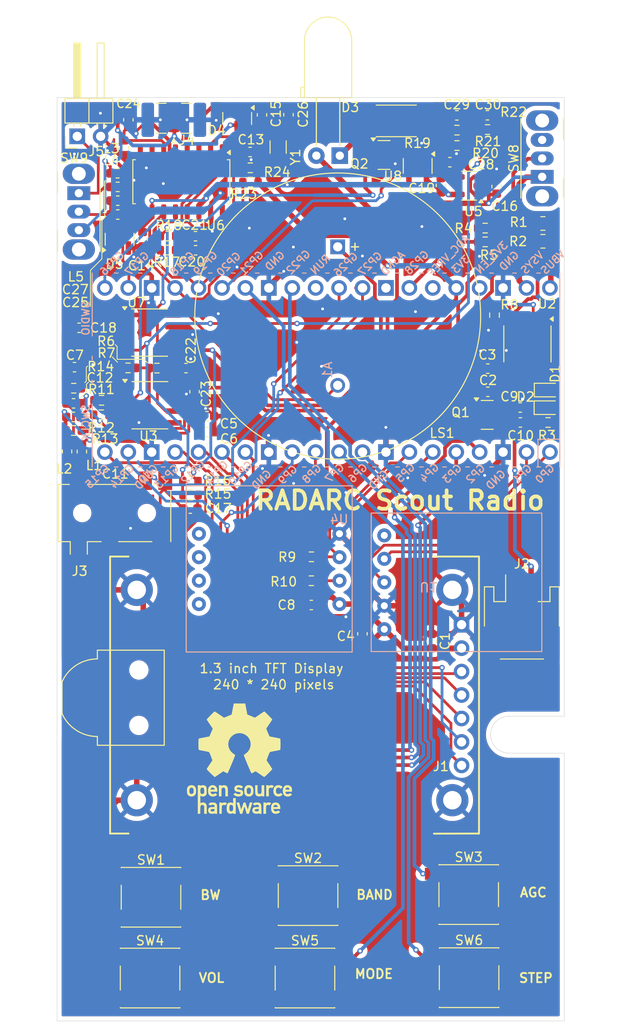
<source format=kicad_pcb>
(kicad_pcb (version 20240108) (generator "pcbnew") (generator_version "8.0")
  (layers (0 "F.Cu" signal) (31 "B.Cu" signal) (34 "B.Paste" user) (35 "F.Paste" user) (36 "B.SilkS" user "B.Silkscreen") (37 "F.SilkS" user "F.Silkscreen") (38 "B.Mask" user) (39 "F.Mask" user) (44 "Edge.Cuts" user))
  (net 0 "")
  (net 1 "GND")
  (net 2 "Net-(U2-CE)")
  (net 3 "VSW")
  (net 4 "Net-(U3A-+)")
  (net 5 "Net-(C11-Pad2)")
  (net 6 "Net-(C12-Pad2)")
  (net 7 "Net-(U6-RCLK)")
  (net 8 "+3.3VA")
  (net 9 "+3.3V")
  (net 10 "Net-(U6-GPO3{slash}[DCLK])")
  (net 11 "Net-(C17-Pad2)")
  (net 12 "Net-(C17-Pad1)")
  (net 13 "Net-(C11-Pad1)")
  (net 14 "Net-(C12-Pad1)")
  (net 15 "Net-(U7-BYP)")
  (net 16 "Net-(C20-Pad1)")
  (net 17 "VBAT")
  (net 18 "Net-(C21-Pad1)")
  (net 19 "VSYS")
  (net 20 "/TORCH")
  (net 21 "Net-(D3-K)")
  (net 22 "/RAMP")
  (net 23 "/LAMP")
  (net 24 "/RAUD")
  (net 25 "/LAUD")
  (net 26 "Net-(U7-Vo1)")
  (net 27 "Net-(D1-A)")
  (net 28 "+5V")
  (net 29 "/SDA")
  (net 30 "/SCL")
  (net 31 "/BVOLTS")
  (net 32 "/BW")
  (net 33 "/BAND")
  (net 34 "/AGC")
  (net 35 "/VOL")
  (net 36 "/MODE")
  (net 37 "/STEP")
  (net 38 "Net-(U7-Vo2)")
  (net 39 "Net-(Q2-D)")
  (net 40 "Net-(U2-PROG)")
  (net 41 "Net-(U7-IN-)")
  (net 43 "/RST")
  (net 44 "/SD")
  (net 46 "/SC")
  (net 47 "Net-(D1-K)")
  (net 48 "Net-(D2-K)")
  (net 49 "/ENC_A")
  (net 50 "/TX")
  (net 52 "/SCK")
  (net 53 "/RESET")
  (net 55 "/RX")
  (net 56 "/DC")
  (net 58 "/MOSI")
  (net 59 "/ENC_B")
  (net 60 "/BL")
  (net 61 "/ENC_SW")
  (net 71 "Net-(J4-In)")
  (net 72 "Net-(U6-FMI)")
  (net 73 "Net-(SW9-C)")
  (net 74 "Net-(U6-AMI)")
  (net 75 "Net-(SW9-B)")
  (net 76 "Net-(J5-Pin_1)")
  (net 77 "/PWM")
  (net 78 "Net-(C29-Pad1)")
  (net 79 "/PAUD")
  (net 80 "Net-(R20-Pad2)")
  (net 82 "Net-(U6-ROUT{slash}[DOUT])")
  (net 83 "Net-(U6-LOUT{slash}[DFS])")
  (footprint "Resistor_SMD:R_0603_1608Metric" (layer "F.Cu") (at 90.95 57.61 180)
    (property "Reference" "R24")
    (property "Value" "10k")
  )
  (footprint "LED_THT:LED_D5.0mm_Horizontal_O6.35mm_Z9.0mm" (layer "F.Cu") (at 100.655 56.295 180)
    (property "Reference" "D3")
    (property "Value" "LED")
  )
  (footprint "Capacitor_SMD:C_0603_1608Metric" (layer "F.Cu") (at 95.09 51.86 90)
    (property "Reference" "C26")
    (property "Value" "10u")
  )
  (footprint "Capacitor_SMD:C_0603_1608Metric" (layer "F.Cu") (at 71.765 84.59)
    (property "Reference" "C11")
    (property "Value" "10u")
  )
  (footprint "Resistor_SMD:R_0603_1608Metric" (layer "F.Cu") (at 97.58 99.74)
    (property "Reference" "R9")
    (property "Value" "10k")
  )
  (footprint "Resistor_SMD:R_0805_2012Metric" (layer "F.Cu") (at 122.68 65.57 180)
    (property "Reference" "R2")
    (property "Value" "1")
  )
  (footprint "Package_TO_SOT_SMD:SOT-23-5" (layer "F.Cu") (at 114.6725 59.55 180)
    (property "Reference" "U5")
    (property "Value" "LP5907MFX-3.3")
  )
  (footprint "Capacitor_SMD:C_0603_1608Metric" (layer "F.Cu") (at 112.59 57)
    (property "Reference" "C28")
    (property "Value" "100n")
  )
  (footprint "Resistor_SMD:R_0603_1608Metric" (layer "F.Cu") (at 80.83 79.3 180)
    (property "Reference" "R6")
    (property "Value" "10k")
  )
  (footprint "Resistor_SMD:R_0603_1608Metric" (layer "F.Cu") (at 84.47 93.04)
    (property "Reference" "R15")
    (property "Value" "21k")
  )
  (footprint "Inductor_SMD:L_0603_1608Metric" (layer "F.Cu") (at 77.27 55.44 90)
    (property "Reference" "L3")
    (property "Value" "180nH")
  )
  (footprint "Capacitor_SMD:C_0603_1608Metric" (layer "F.Cu") (at 117.66 59.64 90)
    (property "Reference" "C16")
    (property "Value" "1u")
  )
  (footprint "Capacitor_SMD:C_0603_1608Metric" (layer "F.Cu") (at 120.24 85.19)
    (property "Reference" "C10")
    (property "Value" "1u")
  )
  (footprint "Capacitor_SMD:C_0603_1608Metric" (layer "F.Cu") (at 79.27 65.345 -90)
    (property "Reference" "C14")
    (property "Value" "100n")
  )
  (footprint "Inductor_SMD:L_0603_1608Metric" (layer "F.Cu") (at 76.56 58.2)
    (property "Reference" "L4")
    (property "Value" "220uh")
  )
  (footprint "Resistor_SMD:R_0603_1608Metric" (layer "F.Cu") (at 74.8 84.36)
    (property "Reference" "R12")
    (property "Value" "4k7")
  )
  (footprint "Package_SO:SO-8_3.9x4.9mm_P1.27mm" (layer "F.Cu") (at 80.065 83.325)
    (property "Reference" "U3")
    (property "Value" "TDA1308")
  )
  (footprint "Resistor_SMD:R_0603_1608Metric" (layer "F.Cu") (at 90.97 59.17 180)
    (property "Reference" "R23")
    (property "Value" "10k")
  )
  (footprint "Inductor_SMD:L_0603_1608Metric" (layer "F.Cu") (at 72.69 88.34 -90)
    (property "Reference" "L1")
    (property "Value" "Ferrite Bead")
  )
  (footprint "Resistor_SMD:R_0603_1608Metric" (layer "F.Cu") (at 77.7 79.28 180)
    (property "Reference" "R7")
    (property "Value" "10k")
  )
  (footprint "Capacitor_SMD:C_0603_1608Metric" (layer "F.Cu") (at 84.91 81.86 90)
    (property "Reference" "C23")
    (property "Value" "2u2")
  )
  (footprint "Resistor_SMD:R_0603_1608Metric" (layer "F.Cu") (at 123.24 85.19)
    (property "Reference" "R3")
    (property "Value" "300")
  )
  (footprint "Capacitor_SMD:C_0603_1608Metric" (layer "F.Cu") (at 113.35 51.93)
    (property "Reference" "C29")
    (property "Value" "100n")
  )
  (footprint "Package_TO_SOT_SMD:SOT-23-5" (layer "F.Cu") (at 109.1 57.4075 -90)
    (property "Reference" "U8")
    (property "Value" "74LVC1G17")
  )
  (footprint "Connector_Coaxial:SMA_Samtec_SMA-J-P-H-ST-EM1_EdgeMount" (layer "F.Cu") (at 82.66 52.16 90)
    (property "Reference" "J4")
    (property "Value" "Conn_Coaxial")
  )
  (footprint "Scout:Jack_3.5mm_PJ342_Horizontal" (layer "F.Cu") (at 77.03 95 90)
    (property "Reference" "J3")
    (property "Value" "PJ-342")
  )
  (footprint "Resistor_SMD:R_0603_1608Metric" (layer "F.Cu") (at 71.81 81.48 180)
    (property "Reference" "R14")
    (property "Value" "10k")
  )
  (footprint "Package_TO_SOT_SMD:SOT-23" (layer "F.Cu") (at 105.45 56.22)
    (property "Reference" "Q2")
    (property "Value" "2N7002")
  )
  (footprint "Capacitor_SMD:C_0603_1608Metric" (layer "F.Cu") (at 92.22 51.88 90)
    (property "Reference" "C15")
    (property "Value" "22p")
  )
  (footprint "Resistor_SMD:R_0603_1608Metric" (layer "F.Cu") (at 117.43 73.57 -90)
    (property "Reference" "R8")
    (property "Value" "1k")
  )
  (footprint "Resistor_SMD:R_0805_2012Metric" (layer "F.Cu") (at 122.68 63.64 180)
    (property "Reference" "R1")
    (property "Value" "1")
  )
  (footprint "Crystal:Crystal_SMD_3215-2Pin_3.2x1.5mm" (layer "F.Cu") (at 93.97 55.37 -90)
    (property "Reference" "Y1")
    (property "Value" "32.768KHz 3215")
  )
  (footprint "Capacitor_SMD:C_0603_1608Metric" (layer "F.Cu") (at 71.79 83.12)
    (property "Reference" "C12")
    (property "Value" "10u")
  )
  (footprint "Capacitor_SMD:C_0603_1608Metric" (layer "F.Cu") (at 85.02 66.54)
    (property "Reference" "C20")
    (property "Value" "4u7")
  )
  (footprint "Capacitor_SMD:C_0603_1608Metric" (layer "F.Cu") (at 116.705 81.87 180)
    (property "Reference" "C2")
    (property "Value" "100n")
  )
  (footprint "Capacitor_SMD:C_0603_1608Metric" (layer "F.Cu") (at 71.89 79.2 180)
    (property "Reference" "C7")
    (property "Value" "1u")
  )
  (footprint "Scout:SW_Push_1P1T_NO_6x6mm_H9.5mm" (layer "F.Cu") (at 114.635 136.32)
    (property "Reference" "SW3")
    (property "Value" "B3FS")
  )
  (footprint "Inductor_SMD:L_0603_1608Metric" (layer "F.Cu") (at 76.57 59.68 180)
    (property "Reference" "L5")
    (property "Value" "4.7uH")
  )
  (footprint "Resistor_SMD:R_0603_1608Metric" (layer "F.Cu") (at 74.82 82.79)
    (property "Reference" "R11")
    (property "Value" "4k7")
  )
  (footprint "Package_SO:SOIC-16_4.55x10.3mm_P1.27mm" (layer "F.Cu") (at 83.475 59.12 -90)
    (property "Reference" "U6")
    (property "Value" "Si4732-A10")
  )
  (footprint "Symbol:OSHW-Logo_11.4x12mm_SilkScreen" (layer "F.Cu") (at 89.766283 121.592474)
    (property "Reference" "SYM1" (hide yes))
    (property "Value" "Logo_Open_Hardware_Small" (hide yes))
  )
  (footprint "Scout:SW_Push_1P1T_NO_6x6mm_H9.5mm" (layer "F.Cu") (at 96.88 145.36)
    (property "Reference" "SW5")
    (property "Value" "B3FS")
  )
  (footprint "Capacitor_SMD:C_0603_1608Metric" (layer "F.Cu") (at 110.64 108.87 -90)
    (property "Reference" "C1")
    (property "Value" "100n")
  )
  (footprint "Resistor_SMD:R_0603_1608Metric" (layer "F.Cu") (at 84.455 91.55 180)
    (property "Reference" "R16")
    (property "Value" "68k")
  )
  (footprint "Capacitor_SMD:C_0603_1608Metric" (layer "F.Cu") (at 76.58 61.17)
    (property "Reference" "C27")
    (property "Value" "33p")
  )
  (footprint "Scout:30mm_Speaker" (layer "F.Cu") (at 100.43 66.17 -90)
    (property "Reference" "LS1")
    (property "Value" "Speaker")
  )
  (footprint "Capacitor_SMD:C_0603_1608Metric" (layer "F.Cu") (at 116.705 79.36 180)
    (property "Reference" "C3")
    (property "Value" "1u")
  )
  (footprint "Scout:SW_Push_1P1T_NO_6x6mm_H9.5mm" (layer "F.Cu") (at 80.085 145.36)
    (property "Reference" "SW4")
    (property "Value" "B3FS")
  )
  (footprint "Resistor_SMD:R_2512_6332Metric" (layer "F.Cu") (at 106.78 52.53)
    (property "Reference" "R19")
    (property "Value" "100")
  )
  (footprint "Package_SO:SOIC-8-1EP_3.9x4.9mm_P1.27mm_EP2.29x3mm" (layer "F.Cu") (at 121 76.68 -90)
    (property "Reference" "U2")
    (property "Value" "TP4056")
  )
  (footprint "Capacitor_SMD:C_0603_1608Metric" (layer "F.Cu") (at 111.62 59.51 90)
    (property "Reference" "C19")
    (property "Value" "1u")
  )
  (footprint "Resistor_SMD:R_0603_1608Metric" (layer "F.Cu") (at 82.035 65)
    (property "Reference" "R18")
    (property "Value" "2k2")
  )
  (footprint "Scout:SW_Push_1P1T_NO_6x6mm_H9.5mm" (layer "F.Cu") (at 97.215 136.43)
    (property "Reference" "SW2")
    (property "Value" "B3FS")
  )
  (footprint "Scout:SW_Push_1P1T_NO_6x6mm_H9.5mm" (layer "F.Cu") (at 80.185 136.61)
    (property "Reference" "SW1")
    (property "Value" "B3FS")
  )
  (footprint "Connector_JST:JST_PH_S2B-PH-SM4-TB_1x02-1MP_P2.00mm_Horizontal" (layer "F.Cu") (at 120.4 106.3)
    (property "Reference" "J2")
    (property "Value" "Conn_01x02")
  )
  (footprint "Resistor_SMD:R_0603_1608Metric" (layer "F.Cu") (at 116.42 64.14 180)
    (property "Reference" "R4")
    (property "Value" "220k")
  )
  (footprint "Package_TO_SOT_SMD:SOT-23" (layer "F.Cu") (at 76.78 65.3575 90)
    (property "Reference" "D5")
    (property "Value" "BAV99")
  )
  (footprint "Button_Switch_THT:SW_Slide_SPDT_Angled_CK_OS102011MA1Q" (layer "F.Cu") (at 72.36 60.36 -90)
    (property "Reference" "SW9")
    (property "Value" "SW_SPDT")
  )
  (footprint "Capacitor_SMD:C_0603_1608Metric" (layer "F.Cu") (at 76.58 62.67)
    (property "Reference" "C25")
    (property "Value" "470n")
  )
  (footprint "Scout:SW_Push_1P1T_NO_6x6mm_H9.5mm" (layer "F.Cu") (at 114.675 145.32)
    (property "Reference" "SW6")
    (property "Value" "B3FS")
  )
  (footprint "Capacitor_SMD:C_0603_1608Metric" (layer "F.Cu") (at 77.73 52.41 -90)
    (property "Reference" "C24")
    (property "Value" "18p")
  )
  (footprint "Capacitor_SMD:C_0603_1608Metric" (layer "F.Cu") (at 86.255 86.22 180)
    (property "Reference" "C6")
    (property "Value" "2u2")
  )
  (footprint "Resistor_SMD:R_0603_1608Metric" (layer "F.Cu") (at 116.42 65.63)
    (property "Reference" "R5")
    (property "Value" "220k")
  )
  (footprint "Resistor_SMD:R_0603_1608Metric" (layer "F.Cu") (at 71.8 86.06)
    (property "Reference" "R13")
    (property "Value" "10k")
  )
  (footprint "Resistor_SMD:R_0603_1608Metric" (layer "F.Cu") (at 97.57 102.33)
    (property "Reference" "R10")
    (property "Value" "10k")
  )
  (footprint "Capacitor_SMD:C_0603_1608Metric" (layer "F.Cu") (at 120.22 83.57)
    (property "Reference" "C9")
    (property "Value" "100n")
  )
  (footprint "Button_Switch_THT:SW_Slide_SPDT_Angled_CK_OS102011MA1Q" (layer "F.Cu") (at 122.6 58.59 90)
    (property "Reference" "SW8")
    (property "Value" "SW_SPDT")
  )
  (footprint "Inductor_SMD:L_0603_1608Metric" (layer "F.Cu") (at 71.08 88.33 -90)
    (property "Reference" "L2")
    (property "Value" "Ferrite Bead")
  )
  (footprint "LED_SMD:LED_0603_1608Metric" (layer "F.Cu") (at 123.2125 83.59)
    (property "Reference" "D2")
    (property "Value" "LED_Orange")
  )
  (footprint "Package_TO_SOT_SMD:SOT-23" (layer "F.Cu") (at 116.6375 84.37)
    (property "Reference" "Q1")
    (property "Value" "AO3401A")
  )
  (footprint "Resistor_SMD:R_0603_1608Metric" (layer "F.Cu") (at 113.36 53.53)
    (property "Reference" "R21")
    (property "Value" "100")
  )
  (footprint "Capacitor_SMD:C_0603_1608Metric" (layer "F.Cu") (at 86.255 84.51)
    (property "Reference" "C5")
    (property "Value" "100n")
  )
  (footprint "Resistor_SMD:R_0603_1608Metric" (layer "F.Cu") (at 116.675 53.47)
    (property "Reference" "R22")
    (property "Value" "68k")
  )
  (footprint "Package_TO_SOT_SMD:SOT-23" (layer "F.Cu") (at 89.53 52.2675 -90)
    (property "Reference" "D4")
    (property "Value" "BAV99")
  )
  (footprint "Capacitor_SMD:C_0603_1608Metric" (layer "F.Cu") (at 97.57 104.96 180)
    (property "Reference" "C8")
    (property "Value" "100n")
  )
  (footprint "Capacitor_SMD:C_0603_1608Metric" (layer "F.Cu") (at 90.935 55.9 180)
    (property "Reference" "C13")
    (property "Value" "22p")
  )
  (footprint "Scout:240LCD" (layer "F.Cu") (at 95.75 114.71 -90)
    (property "Reference" "J1")
    (property "Value" "Conn_01x07")
  )
  (footprint "Resistor_SMD:R_0603_1608Metric" (layer "F.Cu") (at 82.02 66.52)
    (property "Reference" "R17")
    (property "Value" "2k2")
  )
  (footprint "LED_SMD:LED_0603_1608Metric" (layer "F.Cu") (at 123.2325 81.68)
    (property "Reference" "D1")
    (property "Value" "LED_Red")
  )
  (footprint "Capacitor_SMD:C_0603_1608Metric" (layer "F.Cu") (at 85.005 65.02)
    (property "Reference" "C21")
    (property "Value" "4u7")
  )
  (footprint "Resistor_SMD:R_0603_1608Metric" (layer "F.Cu") (at 113.36 55.2 180)
    (property "Reference" "R20")
    (property "Value" "220")
  )
  (footprint "Capacitor_SMD:C_0603_1608Metric" (layer "F.Cu") (at 103.11 108.08 90)
    (property "Reference" "C4")
    (property "Value" "100n")
  )
  (footprint "Package_SO:SO-8_3.9x4.9mm_P1.27mm" (layer "F.Cu") (at 80.03 75.455)
    (property "Reference" "U7")
    (property "Value" "MD8002")
  )
  (footprint "Capacitor_SMD:C_0603_1608Metric" (layer "F.Cu") (at 116.66 51.92 180)
    (property "Reference" "C30")
    (property "Value" "10u")
  )
  (footprint "Scout:SIQ-02FVS3_Rotary_Encoder" (layer "F.Cu") (at 74.370001 114.999985 90)
    (property "Reference" "SW7" (hide yes))
    (property "Value" "SIQ-02FVS3" (hide yes))
  )
  (footprint "Capacitor_SMD:C_0603_1608Metric" (layer "F.Cu") (at 84.45 94.52 180)
    (property "Reference" "C17")
    (property "Value" "100n")
  )
  (footprint "Capacitor_SMD:C_0603_1608Metric" (layer "F.Cu") (at 72.39 74.94 180)
    (property "Reference" "C18")
    (property "Value" "100n")
  )
  (footprint "Capacitor_SMD:C_0603_1608Metric" (layer "F.Cu") (at 83.98 79.3)
    (property "Reference" "C22")
    (property "Value" "100n")
  )
  (footprint "Connector_PinHeader_2.54mm:PinHeader_1x02_P2.54mm_Horizontal" (layer "F.Cu") (at 72.185 54.205 90)
    (property "Reference" "J5")
    (property "Value" "Conn_01x02")
  )
  (footprint "Scout:ATGM336" (layer "B.Cu") (at 110.56 102.5)
    (property "Reference" "U1")
    (property "Value" "ATGM336")
  )
  (footprint "Scout:LISM303" (layer "B.Cu") (at 93 101.05 180)
    (property "Reference" "U4")
    (property "Value" "LISM303")
  )
  (footprint "Scout:RPi_Pico_SMD_TH" (layer "B.Cu") (at 99.31 79.51 90)
    (property "Reference" "A1")
    (property "Value" "RaspberryPi_Pico")
  )
  (gr_line (start 73.17 80.72) (end 73.01 80.88) (stroke (width 0.1)) (layer "F.SilkS"))
  (gr_line (start 75.17 62.98) (end 75.17 59.04) (stroke (width 0.1)) (layer "F.SilkS"))
  (gr_line (start 76.3 76.76) (end 76.495509 76.955509) (stroke (width 0.1)) (layer "F.SilkS"))
  (gr_line (start 76.52 78.35) (end 79.42 78.35) (stroke (width 0.1)) (layer "F.SilkS"))
  (gr_line (start 75.17 59.04) (end 75.4 59.04) (stroke (width 0.1)) (layer "F.SilkS"))
  (gr_line (start 73.31 79.08) (end 73.17 79.22) (stroke (width 0.1)) (layer "F.SilkS"))
  (gr_line (start 73.19 81.05) (end 73.19 81.88) (stroke (width 0.1)) (layer "F.SilkS"))
  (gr_line (start 73.17 79.22) (end 73.17 80.72) (stroke (width 0.1)) (layer "F.SilkS"))
  (gr_line (start 75.97 78.08) (end 76.56 78.67) (stroke (width 0.1)) (layer "F.SilkS"))
  (gr_line (start 79.42 78.35) (end 79.79 78.72) (stroke (width 0.1)) (layer "F.SilkS"))
  (gr_line (start 74.86 67.47) (end 74.86 63.27) (stroke (width 0.1)) (layer "F.SilkS"))
  (gr_line (start 74.865629 63.284371) (end 75.17 62.98) (stroke (width 0.1)) (layer "F.SilkS"))
  (gr_line (start 73.62 68.71) (end 73.62 72.63) (stroke (width 0.1)) (layer "F.SilkS"))
  (gr_line (start 73.19 81.88) (end 72.58 82.49) (stroke (width 0.1)) (layer "F.SilkS"))
  (gr_line (start 73.62 68.71) (end 74.86 67.47) (stroke (width 0.1)) (layer "F.SilkS"))
  (gr_line (start 73.4 80.84) (end 73.19 81.05) (stroke (width 0.1)) (layer "F.SilkS"))
  (gr_line (start 76.51 76.96) (end 76.51 78.295) (stroke (width 0.1)) (layer "F.SilkS"))
  (gr_arc (start 119 121) (mid 117 119) (end 119 117) (stroke (width 0.05)) (layer "Edge.Cuts"))
  (gr_line (start 125 121) (end 119 121) (stroke (width 0.05)) (layer "Edge.Cuts"))
  (gr_line (start 125 50) (end 70 50) (stroke (width 0.05)) (layer "Edge.Cuts"))
  (gr_line (start 125 121) (end 125 150) (stroke (width 0.05)) (layer "Edge.Cuts"))
  (gr_line (start 125 117) (end 125 50) (stroke (width 0.05)) (layer "Edge.Cuts"))
  (gr_line (start 125 117) (end 119 117) (stroke (width 0.05)) (layer "Edge.Cuts"))
  (gr_line (start 70 50) (end 70 150) (stroke (width 0.05)) (layer "Edge.Cuts"))
  (gr_line (start 70 150) (end 125 150) (stroke (width 0.05)) (layer "Edge.Cuts"))
  (gr_text "RADARC Scout Radio" (at 91.31 94.8 0) (layer "F.SilkS") (effects (font (size 2 2) (thickness 0.4) (bold yes)) (justify left bottom)))
  (gr_text "VOL" (at 85.26 145.93 0) (layer "F.SilkS") (effects (font (size 1 1) (thickness 0.2) (bold yes)) (justify left bottom)))
  (gr_text "BW" (at 85.43 136.95 0) (layer "F.SilkS") (effects (font (size 1 1) (thickness 0.2) (bold yes)) (justify left bottom)))
  (gr_text "STEP" (at 119.98 145.94 0) (layer "F.SilkS") (effects (font (size 1 1) (thickness 0.2) (bold yes)) (justify left bottom)))
  (gr_text "BAND" (at 102.34 136.93 0) (layer "F.SilkS") (effects (font (size 1 1) (thickness 0.2) (bold yes)) (justify left bottom)))
  (gr_text "MODE" (at 102.17 145.5 0) (layer "F.SilkS") (effects (font (size 1 1) (thickness 0.2) (bold yes)) (justify left bottom)))
  (gr_text "AGC" (at 120.08 136.68 0) (layer "F.SilkS") (effects (font (size 1 1) (thickness 0.2) (bold yes)) (justify left bottom)))
  (segment (start 92.93 88.37) (end 92.96 88.4) (width 0.6) (layer "F.Cu") (net 1))
  (segment (start 71.615 74.94) (end 73.005 73.55) (width 0.3) (layer "F.Cu") (net 1))
  (segment (start 108.15 56.27) (end 108.15 55.607501) (width 0.3) (layer "F.Cu") (net 1))
  (segment (start 70.985 79.33) (end 71.115 79.2) (width 0.3) (layer "F.Cu") (net 1))
  (segment (start 78.55 53.695) (end 78.55 53.9) (width 0.3) (layer "F.Cu") (net 1))
  (segment (start 71.115 79.095) (end 71.615 78.595) (width 0.3) (layer "F.Cu") (net 1))
  (segment (start 105.66 88.4) (end 105.66 85.73) (width 0.6) (layer "F.Cu") (net 1))
  (segment (start 73.96 146.06) (end 73.96 141.11) (width 0.6) (layer "F.Cu") (net 1))
  (segment (start 87.19 52.41) (end 87.25 52.47) (width 0.3) (layer "F.Cu") (net 1))
  (segment (start 107.04 105.04) (end 105.48 105.04) (width 0.6) (layer "F.Cu") (net 1))
  (segment (start 79.095 66.295) (end 79.27 66.12) (width 0.3) (layer "F.Cu") (net 1))
  (segment (start 113.31 56.945) (end 113.365 57) (width 0.3) (layer "F.Cu") (net 1))
  (segment (start 102.385 107.305) (end 101.32 106.24) (width 0.6) (layer "F.Cu") (net 1))
  (segment (start 81.31324 57.62) (end 82.195 56.73824) (width 0.4) (layer "F.Cu") (net 1))
  (segment (start 78.32 66.295) (end 78.32 67.27) (width 0.3) (layer "F.Cu") (net 1))
  (segment (start 84.7 75.64) (end 84.7 75.67) (width 0.6) (layer "F.Cu") (net 1))
  (segment (start 79.68 57.62) (end 81.31324 57.62) (width 0.4) (layer "F.Cu") (net 1))
  (segment (start 84.16 138.86) (end 76.21 138.86) (width 0.6) (layer "F.Cu") (net 1))
  (segment (start 75.670001 120.399985) (end 73.617311 120.399985) (width 0.6) (layer "F.Cu") (net 1))
  (segment (start 76.56 126.1) (end 78.64 126.1) (width 0.6) (layer "F.Cu") (net 1))
  (segment (start 71.27 111.747325) (end 71.27 118.252674) (width 0.6) (layer "F.Cu") (net 1))
  (segment (start 117.245 65.63) (end 117.245 65.725) (width 0.6) (layer "F.Cu") (net 1))
  (segment (start 71.53 93.08) (end 71.53 98.58) (width 0.3) (layer "F.Cu") (net 1))
  (segment (start 78.96 87.1) (end 75.03 87.1) (width 0.6) (layer "F.Cu") (net 1))
  (segment (start 84.755 78.565) (end 84.49 78.3) (width 0.3) (layer "F.Cu") (net 1))
  (segment (start 105.48 105.04) (end 103.34 102.9) (width 0.6) (layer "F.Cu") (net 1))
  (segment (start 84.555 82.625) (end 84.04 82.11) (width 0.3) (layer "F.Cu") (net 1))
  (segment (start 84.08 52.41) (end 84.08 53.71) (width 0.3) (layer "F.Cu") (net 1))
  (segment (start 80.26 88.4) (end 78.96 87.1) (width 0.6) (layer "F.Cu") (net 1))
  (segment (start 91.02 56.73) (end 91.04 56.73) (width 0.4) (layer "F.Cu") (net 1))
  (segment (start 78.33 58.96) (end 78.34 58.96) (width 0.4) (layer "F.Cu") (net 1))
  (segment (start 108.837501 54.94) (end 109.53 54.94) (width 0.3) (layer "F.Cu") (net 1))
  (segment (start 106.67 57.17) (end 107.25 57.17) (width 0.3) (layer "F.Cu") (net 1))
  (segment (start 116.975 59.55) (end 117.66 58.865) (width 0.4) (layer "F.Cu") (net 1))
  (segment (start 86.83 62.55) (end 86.65 62.37) (width 0.3) (layer "F.Cu") (net 1))
  (segment (start 90.19 55.9) (end 91.02 56.73) (width 0.4) (layer "F.Cu") (net 1))
  (segment (start 79.34633 104.02633) (end 78.64 103.32) (width 0.6) (layer "F.Cu") (net 1))
  (segment (start 84.91 82.635) (end 84.555 82.635) (width 0.3) (layer "F.Cu") (net 1))
  (segment (start 84.06 147.61) (end 75.51 147.61) (width 0.6) (layer "F.Cu") (net 1))
  (segment (start 110.64 108.095) (end 112.855 108.095) (width 0.6) (layer "F.Cu") (net 1))
  (segment (start 76.27 103.32) (end 78.64 103.32) (width 0.6) (layer "F.Cu") (net 1))
  (segment (start 110.095 108.095) (end 107.04 105.04) (width 0.6) (layer "F.Cu") (net 1))
  (segment (start 113.31 56.08) (end 113.31 56.945) (width 0.3) (layer "F.Cu") (net 1))
  (segment (start 121 76.68) (end 119.3 76.68) (width 0.6) (layer "F.Cu") (net 1))
  (segment (start 76.875 79.28) (end 74.24 79.28) (width 0.3) (layer "F.Cu") (net 1))
  (segment (start 117.66 58.865) (end 117.66 57.73) (width 0.4) (layer "F.Cu") (net 1))
  (segment (start 73.96 141.11) (end 76.21 138.86) (width 0.6) (layer "F.Cu") (net 1))
  (segment (start 82.195 56.73824) (end 82.195 54.69) (width 0.4) (layer "F.Cu") (net 1))
  (segment (start 75.51 147.61) (end 73.96 146.06) (width 0.6) (layer "F.Cu") (net 1))
  (segment (start 83.88 74.82) (end 84.7 75.64) (width 0.6) (layer "F.Cu") (net 1))
  (segment (start 120.365 76.045) (end 121 76.68) (width 0.4) (layer "F.Cu") (net 1))
  (segment (start 115.93 77.45) (end 115.93 79.99) (width 0.6) (layer "F.Cu") (net 1))
  (segment (start 122.905 74.205) (end 122.905 74.775) (width 0.4) (layer "F.Cu") (net 1))
  (segment (start 77.61 59.68) (end 78.33 58.96) (width 0.4) (layer "F.Cu") (net 1))
  (segment (start 81.2 52.41) (end 81.2 53.695) (width 0.3) (layer "F.Cu") (net 1))
  (segment (start 77.52 85.2) (end 77.49 85.23) (width 0.6) (layer "F.Cu") (net 1))
  (segment (start 92.96 70.44) (end 94.58 68.82) (width 0.6) (layer "F.Cu") (net 1))
  (segment (start 73.617311 120.399985) (end 71.470001 118.252675) (width 0.6) (layer "F.Cu") (net 1))
  (segment (start 84.555 82.635) (end 84.555 82.625) (width 0.3) (layer "F.Cu") (net 1))
  (segment (start 79.770001 120.399985) (end 75.670001 120.399985) (width 0.6) (layer "F.Cu") (net 1))
  (segment (start 115.93 79.36) (end 115.93 77.45) (width 0.6) (layer "F.Cu") (net 1))
  (segment (start 79.063671 121.106315) (end 79.770001 120.399985) (width 0.6) (layer "F.Cu") (net 1))
  (segment (start 80.26 70.62) (end 80.26 71.82) (width 0.3) (layer "F.Cu") (net 1))
  (segment (start 79.770001 109.599985) (end 79.770001 110.574985) (width 0.6) (layer "F.Cu") (net 1))
  (segment (start 115.035 54.38) (end 115.035 55.765) (width 0.6) (layer "F.Cu") (net 1))
  (segment (start 88.5475 51.0825) (end 86.7325 51.0825) (width 0.4) (layer "F.Cu") (net 1))
  (segment (start 72.28 99.33) (end 76.27 103.32) (width 0.6) (layer "F.Cu") (net 1))
  (segment (start 86.65 62.37) (end 86.65 61.59) (width 0.3) (layer "F.Cu") (net 1))
  (segment (start 121.135 83.63) (end 121.135 83.335) (width 1) (layer "F.Cu") (net 1))
  (segment (start 86.65 61.59) (end 86.65 61.39) (width 0.3) (layer "F.Cu") (net 1))
  (segment (start 78.64 121.529986) (end 79.770001 120.399985) (width 0.6) (layer "F.Cu") (net 1))
  (segment (start 114.185 53.53) (end 115.035 54.38) (width 0.6) (layer "F.Cu") (net 1))
  (segment (start 86.1 83.67) (end 86.19 83.67) (width 0.3) (layer "F.Cu") (net 1))
  (segment (start 121.135 83.335) (end 120.45 82.65) (width 1) (layer "F.Cu") (net 1))
  (segment (start 118.36 88.4) (end 118.36 88.94) (width 0.6) (layer "F.Cu") (net 1))
  (segment (start 86.19 83.67) (end 87.03 84.51) (width 0.3) (layer "F.Cu") (net 1))
  (segment (start 98.075 106.24) (end 101.32 106.24) (width 0.6) (layer "F.Cu") (net 1))
  (segment (start 82.195 54.69) (end 79.835 52.33) (width 0.4) (layer "F.Cu") (net 1))
  (segment (start 78.34 58.96) (end 78.34 57.82) (width 0.4) (layer "F.Cu") (net 1))
  (segment (start 111.63 58.735) (end 113.365 57) (width 0.6) (layer "F.Cu") (net 1))
  (segment (start 117.43 74.55) (end 116.78 75.2) (width 0.4) (layer "F.Cu") (net 1))
  (segment (start 117.245 65.725) (end 117.245 65.745) (width 0.6) (layer "F.Cu") (net 1))
  (segment (start 115.81 59.55) (end 116.975 59.55) (width 0.4) (layer "F.Cu") (net 1))
  (segment (start 76.7475 56.2275) (end 74.725 54.205) (width 0.4) (layer "F.Cu") (net 1))
  (segment (start 77.27 56.2275) (end 76.7475 56.2275) (width 0.4) (layer "F.Cu") (net 1))
  (segment (start 86.83 64.48) (end 86.83 62.55) (width 0.3) (layer "F.Cu") (net 1))
  (segment (start 78.32 66.295) (end 79.095 66.295) (width 0.3) (layer "F.Cu") (net 1))
  (segment (start 79.835 52.41) (end 78.55 53.695) (width 0.3) (layer "F.Cu") (net 1))
  (segment (start 103.34 99.96) (end 100.62 97.24) (width 0.6) (layer "F.Cu") (net 1))
  (segment (start 105.66 85.73) (end 105.65 85.72) (width 0.6) (layer "F.Cu") (net 1))
  (segment (start 71.615 78.595) (end 71.615 74.94) (width 0.3) (layer "F.Cu") (net 1))
  (segment (start 75.03 87.1) (end 73.99 86.06) (width 0.6) (layer "F.Cu") (net 1))
  (segment (start 96.795 104.96) (end 98.075 106.24) (width 0.6) (layer "F.Cu") (net 1))
  (segment (start 78.34 57.82) (end 74.725 54.205) (width 0.4) (layer "F.Cu") (net 1))
  (segment (start 71.470001 111.547324) (end 71.470001 111.747325) (width 0.6) (layer "F.Cu") (net 1))
  (segment (start 82.605 74.82) (end 83.88 74.82) (width 0.6) (layer "F.Cu") (net 1))
  (segment (start 78.64 126.1) (end 78.64 121.529986) (width 0.6) (layer "F.Cu") (net 1))
  (segment (start 86.7325 51.0825) (end 85.485 52.33) (width 0.4) (layer "F.Cu") (net 1))
  (segment (start 79.92 72.16) (end 79.92 72.23) (width 0.3) (layer "F.Cu") (net 1))
  (segment (start 111.62 58.735) (end 111.63 58.735) (width 0.6) (layer "F.Cu") (net 1))
  (segment (start 79.770001 110.574985) (end 82.070001 112.874985) (width 0.6) (layer "F.Cu") (net 1))
  (segment (start 117.245 65.745) (end 115.8 67.19) (width 0.6) (layer "F.Cu") (net 1))
  (segment (start 78.88 85.2) (end 77.52 85.2) (width 0.6) (layer "F.Cu") (net 1))
  (segment (start 90.4475 51.0825) (end 88.5475 51.0825) (width 0.4) (layer "F.Cu") (net 1))
  (segment (start 71.115 79.2) (end 71.115 79.095) (width 0.3) (layer "F.Cu") (net 1))
  (segment (start 73.005 73.55) (end 77.455 73.55) (width 0.3) (layer "F.Cu") (net 1))
  (segment (start 70.985 81.48) (end 70.985 79.33) (width 0.3) (layer "F.Cu") (net 1))
  (segment (start 90.16 55.9) (end 90.19 55.9) (width 0.4) (layer "F.Cu") (net 1))
  (segment (start 114.125 51.93) (end 114.125 53.47) (width 0.6) (layer "F.Cu") (net 1))
  (segment (start 108.15 55.607501) (end 108.827501 54.93) (width 0.3) (layer "F.Cu") (net 1))
  (segment (start 118.36 88.94) (end 118.34 88.94) (width 0.6) (layer "F.Cu") (net 1))
  (segment (start 80.3 55.87) (end 80.3 57) (width 0.4) (layer "F.Cu") (net 1))
  (segment (start 71.53 98.58) (end 72.28 99.33) (width 0.3) (layer "F.Cu") (net 1))
  (segment (start 119.3 76.68) (end 118.71 77.27) (width 0.6) (layer "F.Cu") (net 1))
  (segment (start 85.485 52.41) (end 87.19 52.41) (width 0.3) (layer "F.Cu") (net 1))
  (segment (start 108.827501 54.93) (end 108.837501 54.94) (width 0.3) (layer "F.Cu") (net 1))
  (segment (start 120.365 74.205) (end 120.365 76.045) (width 0.4) (layer "F.Cu") (net 1))
  (segment (start 112.855 108.095) (end 113.86 107.09) (width 0.6) (layer "F.Cu") (net 1))
  (segment (start 79.835 52.41) (end 81.2 52.41) (width 0.3) (layer "F.Cu") (net 1))
  (segment (start 73.96 128.7) (end 76.56 126.1) (width 0.6) (layer "F.Cu") (net 1))
  (segment (start 72.28 92.33) (end 71.53 93.08) (width 0.3) (layer "F.Cu") (net 1))
  (segment (start 73.41734 109.599985) (end 71.470001 111.547324) (width 0.6) (layer "F.Cu") (net 1))
  (segment (start 80.26 71.82) (end 79.92 72.16) (width 0.3) (layer "F.Cu") (net 1))
  (segment (start 74.24 79.28) (end 73.88 78.92) (width 0.3) (layer "F.Cu") (net 1))
  (segment (start 75.670001 109.599985) (end 73.41734 109.599985) (width 0.6) (layer "F.Cu") (net 1))
  (segment (start 121.135 83.63) (end 121.135 83.185) (width 0.3) (layer "F.Cu") (net 1))
  (segment (start 84.04 82.11) (end 84.02 82.11) (width 0.3) (layer "F.Cu") (net 1))
  (segment (start 93.24 138.68) (end 101.19 138.68) (width 0.6) (layer "F.Cu") (net 1))
  (segment (start 72.625 86.06) (end 73.99 86.06) (width 0.6) (layer "F.Cu") (net 1))
  (segment (start 92.93 86.59) (end 92.93 88.37) (width 0.6) (layer "F.Cu") (net 1))
  (segment (start 113.8 57) (end 113.365 57) (width 0.6) (layer "F.Cu") (net 1))
  (segment (start 84.755 79.3) (end 84.755 78.565) (width 0.3) (layer "F.Cu") (net 1))
  (segment (start 103.11 107.305) (end 102.385 107.305) (width 0.6) (layer "F.Cu") (net 1))
  (segment (start 122.905 74.775) (end 121 76.68) (width 0.4) (layer "F.Cu") (net 1))
  (segment (start 107.25 57.17) (end 108.15 56.27) (width 0.3) (layer "F.Cu") (net 1))
  (segment (start 71.27 118.252674) (end 71.270001 118.252675) (width 0.6) (layer "F.Cu") (net 1))
  (segment (start 77.73 66.295) (end 78.32 66.295) (width 0.3) (layer "F.Cu") (net 1))
  (segment (start 110.64 108.095) (end 110.095 108.095) (width 0.6) (layer "F.Cu") (net 1))
  (segment (start 104.5125 57.17) (end 106.67 57.17) (width 0.3) (layer "F.Cu") (net 1))
  (segment (start 79.770001 109.599985) (end 75.670001 109.599985) (width 0.6) (layer "F.Cu") (net 1))
  (segment (start 77.3575 59.68) (end 77.61 59.68) (width 0.4) (layer "F.Cu") (net 1))
  (segment (start 115.035 55.765) (end 113.8 57) (width 0.6) (layer "F.Cu") (net 1))
  (segment (start 113.86 107.09) (end 113.86 104.32) (width 0.6) (layer "F.Cu") (net 1))
  (segment (start 86.65 61.39) (end 87.7 60.34) (width 0.3) (layer "F.Cu") (net 1))
  (segment (start 79.34633 109.63633) (end 79.34633 104.02633) (width 0.6) (layer "F.Cu") (net 1))
  (segment (start 117.43 74.395) (end 117.43 74.55) (width 0.4) (layer "F.Cu") (net 1))
  (segment (start 103.34 102.9) (end 103.34 99.96) (width 0.6) (layer "F.Cu") (net 1))
  (segment (start 92.96 70.62) (end 92.96 70.44) (width 0.6) (layer "F.Cu") (net 1))
  (segment (start 115.93 81.87) (end 115.93 79.36) (width 0.6) (layer "F.Cu") (net 1))
  (segment (start 82.070001 112.874985) (end 82.070001 113.524985) (width 0.6) (layer "F.Cu") (net 1))
  (segment (start 118.71 77.27) (end 118.71 77.39) (width 0.6) (layer "F.Cu") (net 1))
  (segment (start 118.34 88.94) (end 116.36 90.92) (width 0.6) (layer "F.Cu") (net 1))
  (segment (start 114.125 53.47) (end 114.185 53.53) (width 0.6) (layer "F.Cu") (net 1))
  (segment (start 85.485 52.41) (end 84.08 52.41) (width 0.3) (layer "F.Cu") (net 1))
  (segment (start 80.3 57) (end 79.68 57.62) (width 0.4) (layer "F.Cu") (net 1))
  (segment (start 113.86 104.32) (end 112.86 103.32) (width 0.6) (layer "F.Cu") (net 1))
  (segment (start 73.96 141.11) (end 73.96 128.7) (width 0.6) (layer "F.Cu") (net 1))
  (via (at 103.11 67.16) (size 0.6) (drill 0.3) (layers "F.Cu" "B.Cu") (net 1))
  (via (at 84.02 82.11) (size 0.6) (drill 0.3) (layers "F.Cu" "B.Cu") (net 1))
  (via (at 95.99 76.51) (size 0.6) (drill 0.3) (layers "F.Cu" "B.Cu") (net 1))
  (via (at 73.88 78.92) (size 0.6) (drill 0.3) (layers "F.Cu" "B.Cu") (net 1))
  (via (at 71.88 56.11) (size 0.6) (drill 0.3) (layers "F.Cu" "B.Cu") (net 1))
  (via (at 108.86 73.19) (size 0.6) (drill 0.3) (layers "F.Cu" "B.Cu") (net 1))
  (via (at 81.52 59.32) (size 0.6) (drill 0.3) (layers "F.Cu" "B.Cu") (net 1))
  (via (at 118.71 77.39) (size 0.6) (drill 0.3) (layers "F.Cu" "B.Cu") (net 1))
  (via (at 115.8 67.19) (size 0.6) (drill 0.3) (layers "F.Cu" "B.Cu") (net 1))
  (via (at 81.2 52.41) (size 0.6) (drill 0.3) (layers "F.Cu" "B.Cu") (net 1))
  (via (at 109.53 54.94) (size 0.6) (drill 0.3) (layers "F.Cu" "B.Cu") (net 1))
  (via (at 116.78 75.2) (size 0.6) (drill 0.3) (layers "F.Cu" "B.Cu") (net 1))
  (via (at 87.48 73.41) (size 0.6) (drill 0.3) (layers "F.Cu" "B.Cu") (net 1))
  (via (at 95.65 91.79) (size 0.6) (drill 0.3) (layers "F.Cu" "B.Cu") (net 1))
  (via (at 113.31 56.08) (size 0.6) (drill 0.3) (layers "F.Cu" "B.Cu") (net 1))
  (via (at 89.507736 68.355868) (size 0.6) (drill 0.3) (layers "F.Cu" "B.Cu") (net 1))
  (via (at 109.56 63.97) (size 0.6) (drill 0.3) (layers "F.Cu" "B.Cu") (net 1))
  (via (at 92.269278 90.171785) (size 0.6) (drill 0.3) (layers "F.Cu" "B.Cu") (net 1))
  (via (at 78.32 67.27) (size 0.6) (drill 0.3) (layers "F.Cu" "B.Cu") (net 1))
  (via (at 108.02 91.19) (size 0.6) (drill 0.3) (layers "F.Cu" "B.Cu") (net 1))
  (via (at 120.45 82.65) (size 0.6) (drill 0.3) (layers "F.Cu" "B.Cu") (net 1))
  (via (at 79.92 72.23) (size 0.6) (drill 0.3) (layers "F.Cu" "B.Cu") (net 1))
  (via (at 116.36 90.92) (size 0.6) (drill 0.3) (layers "F.Cu" "B.Cu") (net 1))
  (via (at 86.83 64.48) (size 0.6) (drill 0.3) (layers "F.Cu" "B.Cu") (net 1))
  (via (at 74.7 51.7) (size 0.6) (drill 0.3) (layers "F.Cu" "B.Cu") (net 1))
  (via (at 91.04 56.73) (size 0.6) (drill 0.3) (layers "F.Cu" "B.Cu") (net 1))
  (via (at 101.32 106.24) (size 0.6) (drill 0.3) (layers "F.Cu" "B.Cu") (net 1))
  (via (at 86.1 83.67) (size 0.6) (drill 0.3) (layers "F.Cu" "B.Cu") (net 1))
  (via (at 95.62 66.19) (size 0.6) (drill 0.3) (layers "F.Cu" "B.Cu") (net 1))
  (via (at 79.68 57.62) (size 0.6) (drill 0.3) (layers "F.Cu" "B.Cu") (net 1))
  (via (at 84.7 75.67) (size 0.6) (drill 0.3) (layers "F.Cu" "B.Cu") (net 1))
  (via (at 78.34 58.96) (size 0.6) (drill 0.3) (layers "F.Cu" "B.Cu") (net 1))
  (via (at 84.49 78.3) (size 0.6) (drill 0.3) (layers "F.Cu" "B.Cu") (net 1))
  (via (at 115.93 77.45) (size 0.6) (drill 0.3) (layers "F.Cu" "B.Cu") (net 1))
  (via (at 78.55 53.9) (size 0.6) (drill 0.3) (layers "F.Cu" "B.Cu") (net 1))
  (via (at 105.65 85.72) (size 0.6) (drill 0.3) (layers "F.Cu" "B.Cu") (net 1))
  (via (at 92.93 86.59) (size 0.6) (drill 0.3) (layers "F.Cu" "B.Cu") (net 1))
  (via (at 117.66 57.73) (size 0.6) (drill 0.3) (layers "F.Cu" "B.Cu") (net 1))
  (via (at 98.67 79.11) (size 0.6) (drill 0.3) (layers "F.Cu" "B.Cu") (net 1))
  (via (at 75.46 55.75) (size 0.6) (drill 0.3) (layers "F.Cu" "B.Cu") (net 1))
  (via (at 87.25 52.47) (size 0.6) (drill 0.3) (layers "F.Cu" "B.Cu") (net 1))
  (via (at 101.32 92.78) (size 0.6) (drill 0.3) (layers "F.Cu" "B.Cu") (net 1))
  (via (at 106.67 57.17) (size 0.6) (drill 0.3) (layers "F.Cu" "B.Cu") (net 1))
  (via (at 73.99 86.06) (size 0.6) (drill 0.3) (layers "F.Cu" "B.Cu") (net 1))
  (via (at 98.79 72.89) (size 0.6) (drill 0.3) (layers "F.Cu" "B.Cu") (net 1))
  (via (at 101.2 63.13) (size 0.6) (drill 0.3) (layers "F.Cu" "B.Cu") (net 1))
  (via (at 87.7 60.34) (size 0.6) (drill 0.3) (layers "F.Cu" "B.Cu") (net 1))
  (via (at 90.845 64.145025) (size 0.6) (drill 0.3) (layers "F.Cu" "B.Cu") (net 1))
  (via (at 78.88 85.2) (size 0.6) (drill 0.3) (layers "F.Cu" "B.Cu") (net 1))
  (via (at 94.58 68.82) (size 0.6) (drill 0.3) (layers "F.Cu" "B.Cu") (net 1))
  (via (at 77.97 96.65) (size 0.6) (drill 0.3) (layers "F.Cu" "B.Cu") (net 1))
  (via (at 84.08 52.41) (size 0.6) (drill 0.3) (layers "F.Cu" "B.Cu") (net 1))
  (segment (start 79.835 52.41) (end 85.485 52.41) (width 0.6) (layer "B.Cu") (net 1))
  (segment (start 109.53 54.94) (end 112.22 54.94) (width 0.3) (layer "B.Cu") (net 1))
  (segment (start 84.02 82.11) (end 85.59 83.68) (width 0.3) (layer "B.Cu") (net 1))
  (segment (start 118.71 77.39) (end 115.99 77.39) (width 0.6) (layer "B.Cu") (net 1))
  (segment (start 85.59 83.68) (end 86.09 83.68) (width 0.3) (layer "B.Cu") (net 1))
  (segment (start 115.99 77.39) (end 115.93 77.45) (width 0.6) (layer "B.Cu") (net 1))
  (segment (start 78.04 86.06) (end 78.04 86.04) (width 0.6) (layer "B.Cu") (net 1))
  (segment (start 78.04 86.04) (end 78.88 85.2) (width 0.6) (layer "B.Cu") (net 1))
  (segment (start 79.835 52.41) (end 76.52 52.41) (width 0.6) (layer "B.Cu") (net 1))
  (segment (start 86.09 83.68) (end 86.1 83.67) (width 0.3) (layer "B.Cu") (net 1))
  (segment (start 76.52 52.41) (end 74.725 54.205) (width 0.6) (layer "B.Cu") (net 1))
  (segment (start 113.31 56.03) (end 113.31 56.08) (width 0.3) (layer "B.Cu") (net 1))
  (segment (start 112.22 54.94) (end 113.31 56.03) (width 0.3) (layer "B.Cu") (net 1))
  (segment (start 78.34 58.96) (end 79.68 57.62) (width 0.4) (layer "B.Cu") (net 1))
  (segment (start 73.99 86.06) (end 78.04 86.06) (width 0.6) (layer "B.Cu") (net 1))
  (segment (start 122.905 79.155) (end 123.555 78.505) (width 0.4) (layer "F.Cu") (net 2))
  (segment (start 121.885 63.67) (end 121.855 63.64) (width 0.4) (layer "F.Cu") (net 2))
  (segment (start 121.582056 71.635001) (end 122.1 71.635001) (width 0.4) (layer "F.Cu") (net 2))
  (segment (start 117.48 76.95) (end 119.095 75.335) (width 0.6) (layer "F.Cu") (net 2))
  (segment (start 119.095 74.205) (end 119.095 73.788738) (width 0.4) (layer "F.Cu") (net 2))
  (segment (start 123.21 84.605) (end 123.21 79.46) (width 0.3) (layer "F.Cu") (net 2))
  (segment (start 122.1 71.635001) (end 122.1 65.345) (width 0.4) (layer "F.Cu") (net 2))
  (segment (start 123.21 79.46) (end 122.905 79.155) (width 0.3) (layer "F.Cu") (net 2))
  (segment (start 121.063738 71.82) (end 121.397057 71.82) (width 0.4) (layer "F.Cu") (net 2))
  (segment (start 122.1 65.345) (end 121.885 65.13) (width 0.4) (layer "F.Cu") (net 2))
  (segment (start 123.555 78.505) (end 123.555 73.090001) (width 0.4) (layer "F.Cu") (net 2))
  (segment (start 121.397057 71.82) (end 121.582056 71.635001) (width 0.4) (layer "F.Cu") (net 2))
  (segment (start 122.625 85.19) (end 123.21 84.605) (width 0.3) (layer "F.Cu") (net 2))
  (segment (start 121.885 65.13) (end 121.885 63.67) (width 0.4) (layer "F.Cu") (net 2))
  (segment (start 119.095 73.788738) (end 121.063738 71.82) (width 0.4) (layer "F.Cu") (net 2))
  (segment (start 119.095 75.335) (end 119.095 74.205) (width 0.6) (layer "F.Cu") (net 2))
  (segment (start 117.48 79.36) (end 117.48 76.95) (width 0.6) (layer "F.Cu") (net 2))
  (segment (start 117.48 81.87) (end 117.48 79.36) (width 0.6) (layer "F.Cu") (net 2))
  (segment (start 123.555 73.090001) (end 122.1 71.635001) (width 0.4) (layer "F.Cu") (net 2))
  (segment (start 115.81 58.6) (end 115.147501 58.6) (width 0.4) (layer "F.Cu") (net 3))
  (segment (start 83.514999 81.42) (end 82.64 81.42) (width 0.3) (layer "F.Cu") (net 3))
  (segment (start 114.7975 60.0175) (end 115.28 60.5) (width 0.4) (layer "F.Cu") (net 3))
  (segment (start 82.288738 76.09) (end 81.38 76.998738) (width 0.4) (layer "F.Cu") (net 3))
  (segment (start 106.86 71.82) (end 106.86 63.97) (width 0.4) (layer "F.Cu") (net 3))
  (segment (start 115.147501 58.6) (end 114.7975 58.950001) (width 0.4) (layer "F.Cu") (net 3))
  (segment (start 120.9 70.62) (end 120.11 69.83) (width 0.6) (layer "F.Cu") (net 3))
  (segment (start 98.115 56.295) (end 104.01 62.19) (width 0.6) (layer "F.Cu") (net 3))
  (segment (start 115.81 60.5) (end 116.81 60.5) (width 0.4) (layer "F.Cu") (net 3))
  (segment (start 85.48 86.22) (end 85.48 84.51) (width 0.3) (layer "F.Cu") (net 3))
  (segment (start 117.575 60.5) (end 117.66 60.415) (width 0.4) (layer "F.Cu") (net 3))
  (segment (start 85.685 81.86) (end 85.685 83.09505) (width 0.3) (layer "F.Cu") (net 3))
  (segment (start 116.81 60.5) (end 116.81 61.45) (width 0.4) (layer "F.Cu") (net 3))
  (segment (start 106.86 63.97) (end 105.08 62.19) (width 0.4) (layer "F.Cu") (net 3))
  (segment (start 92.602182 83.9) (end 100.424263 83.9) (width 0.4) (layer "F.Cu") (net 3))
  (segment (start 114.7975 58.950001) (end 114.7975 60.0175) (width 0.4) (layer "F.Cu") (net 3))
  (segment (start 120.85 58.63) (end 122.7 58.63) (width 0.6) (layer "F.Cu") (net 3))
  (segment (start 115.28 60.5) (end 115.81 60.5) (width 0.4) (layer "F.Cu") (net 3))
  (segment (start 120.11 69.83) (end 120.11 59.37) (width 0.6) (layer "F.Cu") (net 3))
  (segment (start 82.605 76.09) (end 82.288738 76.09) (width 0.4) (layer "F.Cu") (net 3))
  (segment (start 105.83 78.494263) (end 105.83 72.85) (width 0.4) (layer "F.Cu") (net 3))
  (segment (start 85.48 83.30005) (end 85.48 84.51) (width 0.3) (layer "F.Cu") (net 3))
  (segment (start 81.38 76.998738) (end 81.38 78.74) (width 0.4) (layer "F.Cu") (net 3))
  (segment (start 83.205 79.435) (end 82.64 80) (width 0.3) (layer "F.Cu") (net 3))
  (segment (start 105.82 61.45) (end 105.08 62.19) (width 0.6) (layer "F.Cu") (net 3))
  (segment (start 105.83 72.85) (end 106.86 71.82) (width 0.4) (layer "F.Cu") (net 3))
  (segment (start 116.81 61.45) (end 105.82 61.45) (width 0.6) (layer "F.Cu") (net 3))
  (segment (start 81.38 78.74) (end 82.64 80) (width 0.4) (layer "F.Cu") (net 3))
  (segment (start 82.64 80) (end 82.64 81.42) (width 0.4) (layer "F.Cu") (net 3))
  (segment (start 82.64 81.42) (end 90.122182 81.42) (width 0.4) (layer "F.Cu") (net 3))
  (segment (start 120.11 59.37) (end 120.85 58.63) (width 0.6) (layer "F.Cu") (net 3))
  (segment (start 83.205 79.3) (end 83.205 79.435) (width 0.3) (layer "F.Cu") (net 3))
  (segment (start 85.685 83.09505) (end 85.48 83.30005) (width 0.3) (layer "F.Cu") (net 3))
  (segment (start 104.01 62.19) (end 105.08 62.19) (width 0.6) (layer "F.Cu") (net 3))
  (segment (start 116.81 60.5) (end 117.575 60.5) (width 0.4) (layer "F.Cu") (net 3))
  (segment (start 100.424263 83.9) (end 105.83 78.494263) (width 0.4) (layer "F.Cu") (net 3))
  (segment (start 90.122182 81.42) (end 92.602182 83.9) (width 0.4) (layer "F.Cu") (net 3))
  (segment (start 84.91 81.085) (end 85.685 81.86) (width 0.3) (layer "F.Cu") (net 3))
  (via (at 116.81 61.45) (size 0.6) (drill 0.3) (layers "F.Cu" "B.Cu") (net 3))
  (segment (start 118.33 59.93) (end 119.63 58.63) (width 0.4) (layer "B.Cu") (net 3))
  (segment (start 119.63 58.63) (end 122.7 58.63) (width 0.4) (layer "B.Cu") (net 3))
  (segment (start 116.81 61.45) (end 118.47 59.79) (width 0.4) (layer "B.Cu") (net 3))
  (segment (start 79.985 79.28) (end 80.005 79.3) (width 0.3) (layer "F.Cu") (net 4))
  (segment (start 73.52 80.055) (end 77.75 80.055) (width 0.3) (layer "F.Cu") (net 4))
  (segment (start 77.49 83.96) (end 78.364999 83.96) (width 0.3) (layer "F.Cu") (net 4))
  (segment (start 78.525 79.28) (end 79.985 79.28) (width 0.3) (layer "F.Cu") (net 4))
  (segment (start 81.765001 85.23) (end 80.005 83.469999) (width 0.3) (layer "F.Cu") (net 4))
  (segment (start 80.005 83.469999) (end 80.005 82.319999) (width 0.3) (layer "F.Cu") (net 4))
  (segment (start 77.75 80.055) (end 78.525 79.28) (width 0.3) (layer "F.Cu") (net 4))
  (segment (start 82.64 85.23) (end 81.765001 85.23) (width 0.3) (layer "F.Cu") (net 4))
  (segment (start 72.665 79.2) (end 73.52 80.055) (width 0.3) (layer "F.Cu") (net 4))
  (segment (start 78.364999 83.96) (end 80.005 82.319999) (width 0.3) (layer "F.Cu") (net 4))
  (segment (start 80.005 82.319999) (end 80.005 79.3) (width 0.3) (layer "F.Cu") (net 4))
  (segment (start 72.475 84.6) (end 73.995 83.08) (width 0.3) (layer "F.Cu") (net 5))
  (segment (start 75.365 81.42) (end 77.49 81.42) (width 0.3) (layer "F.Cu") (net 5))
  (segment (start 73.995 82.79) (end 75.365 81.42) (width 0.3) (layer "F.Cu") (net 5))
  (segment (start 73.995 83.08) (end 73.995 82.79) (width 0.3) (layer "F.Cu") (net 5))
  (segment (start 83.514999 82.69) (end 82.64 82.69) (width 0.3) (layer "F.Cu") (net 6))
  (segment (start 84.115 86.35) (end 84.28 86.185) (width 0.3) (layer "F.Cu") (net 6))
  (segment (start 84.28 86.185) (end 84.28 83.455001) (width 0.3) (layer "F.Cu") (net 6))
  (segment (start 75.965 86.35) (end 84.115 86.35) (width 0.3) (layer "F.Cu") (net 6))
  (segment (start 73.975 84.36) (end 74.6475 85.0325) (width 0.3) (layer "F.Cu") (net 6))
  (segment (start 74.6475 85.0325) (end 75.965 86.35) (width 0.3) (layer "F.Cu") (net 6))
  (segment (start 73.15987 82.319659) (end 73.15987 82.52513) (width 0.3) (layer "F.Cu") (net 6))
  (segment (start 73.15987 82.52513) (end 72.565 83.12) (width 0.3) (layer "F.Cu") (net 6))
  (segment (start 84.28 83.455001) (end 83.514999 82.69) (width 0.3) (layer "F.Cu") (net 6))
  (via (at 74.6475 85.0325) (size 0.6) (drill 0.3) (layers "F.Cu" "B.Cu") (net 6))
  (via (at 73.15987 82.319659) (size 0.6) (drill 0.3) (layers "F.Cu" "B.Cu") (net 6))
  (segment (start 73.15987 83.54487) (end 74.6475 85.0325) (width 0.3) (layer "B.Cu") (net 6))
  (segment (start 73.15987 82.319659) (end 73.15987 83.54487) (width 0.3) (layer "B.Cu") (net 6))
  (segment (start 84.11 62.37) (end 84.11 61.738924) (width 0.3) (layer "F.Cu") (net 7))
  (segment (start 84.11 61.738924) (end 89.41 56.438924) (width 0.3) (layer "F.Cu") (net 7))
  (segment (start 93.25 55.9) (end 93.97 56.62) (width 0.3) (layer "F.Cu") (net 7))
  (segment (start 91.71 55.9) (end 93.25 55.9) (width 0.3) (layer "F.Cu") (net 7))
  (segment (start 90.93 55.12) (end 91.71 55.9) (width 0.3) (layer "F.Cu") (net 7))
  (segment (start 89.41 55.426304) (end 89.716304 55.12) (width 0.3) (layer "F.Cu") (net 7))
  (segment (start 89.716304 55.12) (end 90.93 55.12) (width 0.3) (layer "F.Cu") (net 7))
  (segment (start 89.41 56.438924) (end 89.41 55.426304) (width 0.3) (layer "F.Cu") (net 7))
  (segment (start 96.17 58.23) (end 94.96 59.44) (width 0.6) (layer "F.Cu") (net 8))
  (segment (start 111.815 57.316304) (end 111.815 57) (width 0.3) (layer "F.Cu") (net 8))
  (segment (start 110.05 58.545) (end 110.586304 58.545) (width 0.3) (layer "F.Cu") (net 8))
  (segment (start 110.586304 58.545) (end 111.815 57.316304) (width 0.3) (layer "F.Cu") (net 8))
  (segment (start 110.05 58.545) (end 110.05 58.715) (width 0.3) (layer "F.Cu") (net 8))
  (segment (start 111.62 60.285) (end 112.217795 60.285) (width 0.6) (layer "F.Cu") (net 8))
  (segment (start 96.17 53.715) (end 96.17 58.23) (width 0.6) (layer "F.Cu") (net 8))
  (segment (start 85.38 61.68) (end 86.14 60.92) (width 0.6) (layer "F.Cu") (net 8))
  (segment (start 80.3 62.37) (end 80.3 63.09) (width 0.3) (layer "F.Cu") (net 8))
  (segment (start 111.615 60.285) (end 111.62 60.285) (width 0.3) (layer "F.Cu") (net 8))
  (segment (start 80.3 63.09) (end 79.27 64.12) (width 0.3) (layer "F.Cu") (net 8))
  (segment (start 110.05 58.715) (end 111.62 60.285) (width 0.3) (layer "F.Cu") (net 8))
  (segment (start 113.535 60.5) (end 112.432867 60.5) (width 0.6) (layer "F.Cu") (net 8))
  (segment (start 112.217795 60.285) (end 112.432831 60.500036) (width 0.6) (layer "F.Cu") (net 8))
  (segment (start 86.14 60.92) (end 86.17 60.92) (width 0.6) (layer "F.Cu") (net 8))
  (segment (start 85.38 62.37) (end 85.38 61.68) (width 0.6) (layer "F.Cu") (net 8))
  (segment (start 112.432867 60.5) (end 112.432831 60.500036) (width 0.6) (layer "F.Cu") (net 8))
  (segment (start 79.27 64.12) (end 79.27 64.57) (width 0.3) (layer "F.Cu") (net 8))
  (segment (start 95.09 52.635) (end 96.17 53.715) (width 0.6) (layer "F.Cu") (net 8))
  (segment (start 80.3 62.37) (end 80.3 61.15) (width 0.3) (layer "F.Cu") (net 8))
  (via (at 112.432831 60.500036) (size 0.6) (drill 0.3) (layers "F.Cu" "B.Cu") (net 8))
  (via (at 86.17 60.92) (size 0.6) (drill 0.3) (layers "F.Cu" "B.Cu") (net 8))
  (via (at 80.3 61.15) (size 0.6) (drill 0.3) (layers "F.Cu" "B.Cu") (net 8))
  (via (at 94.96 59.44) (size 0.6) (drill 0.3) (layers "F.Cu" "B.Cu") (net 8))
  (segment (start 85.94 61.15) (end 86.17 60.92) (width 0.3) (layer "B.Cu") (net 8))
  (segment (start 94.96 59.44) (end 111.372795 59.44) (width 0.6) (layer "B.Cu") (net 8))
  (segment (start 86.17 60.92) (end 86.17 60.667918) (width 0.6) (layer "B.Cu") (net 8))
  (segment (start 80.3 61.15) (end 85.94 61.15) (width 0.3) (layer "B.Cu") (net 8))
  (segment (start 111.372795 59.44) (end 112.432831 60.500036) (width 0.6) (layer "B.Cu") (net 8))
  (segment (start 87.397918 59.44) (end 94.96 59.44) (width 0.6) (layer "B.Cu") (net 8))
  (segment (start 86.17 60.667918) (end 87.397918 59.44) (width 0.6) (layer "B.Cu") (net 8))
  (segment (start 98.345 104.485) (end 98.345 104.96) (width 0.6) (layer "F.Cu") (net 9))
  (segment (start 113.845 109.645) (end 113.86 109.63) (width 0.6) (layer "F.Cu") (net 9))
  (segment (start 91.76 58.83) (end 91.77 58.84) (width 0.6) (layer "F.Cu") (net 9))
  (segment (start 99.858001 104.098001) (end 98.731999 104.098001) (width 0.6) (layer "F.Cu") (net 9))
  (segment (start 98.345 103.93) (end 98.345 104.96) (width 0.6) (layer "F.Cu") (net 9))
  (segment (start 96.755 98.055) (end 99.25 95.56) (width 0.4) (layer "F.Cu") (net 9))
  (segment (start 100.62 104.86) (end 99.858001 104.098001) (width 0.6) (layer "F.Cu") (net 9))
  (segment (start 97.545 64.92) (end 91.795 59.17) (width 0.6) (layer "F.Cu") (net 9))
  (segment (start 91.775 57.61) (end 91.775 59.15) (width 0.4) (layer "F.Cu") (net 9))
  (segment (start 110.64 109.645) (end 113.845 109.645) (width 0.6) (layer "F.Cu") (net 9))
  (segment (start 98.731999 104.098001) (end 98.345 104.485) (width 0.6) (layer "F.Cu") (net 9))
  (segment (start 113.28 71.822081) (end 113.28 70.62) (width 0.4) (layer "F.Cu") (net 9))
  (segment (start 104.205 108.855) (end 105.48 107.58) (width 0.6) (layer "F.Cu") (net 9))
  (segment (start 103.11 108.855) (end 104.205 108.855) (width 0.6) (layer "F.Cu") (net 9))
  (segment (start 100.62 104.86) (end 102.76 104.86) (width 0.6) (layer "F.Cu") (net 9))
  (segment (start 99.25 95.56) (end 99.25 85.852081) (width 0.4) (layer "F.Cu") (net 9))
  (segment (start 96.755 102.32) (end 96.745 102.33) (width 0.6) (layer "F.Cu") (net 9))
  (segment (start 96.755 99.74) (end 96.755 102.32) (width 0.6) (layer "F.Cu") (net 9))
  (segment (start 102.54 64.93) (end 102.54 64.92) (width 0.6) (layer "F.Cu") (net 9))
  (segment (start 110.64 109.645) (end 107.545 109.645) (width 0.6) (layer "F.Cu") (net 9))
  (segment (start 102.76 104.86) (end 105.48 107.58) (width 0.6) (layer "F.Cu") (net 9))
  (segment (start 102.54 64.92) (end 97.545 64.92) (width 0.6) (layer "F.Cu") (net 9))
  (segment (start 96.745 102.33) (end 98.345 103.93) (width 0.6) (layer "F.Cu") (net 9))
  (segment (start 96.755 99.74) (end 96.755 98.055) (width 0.4) (layer "F.Cu") (net 9))
  (segment (start 105.84 68.23) (end 102.54 64.93) (width 0.6) (layer "F.Cu") (net 9))
  (segment (start 91.775 59.15) (end 91.795 59.17) (width 0.4) (layer "F.Cu") (net 9))
  (segment (start 107.545 109.645) (end 105.48 107.58) (width 0.6) (layer "F.Cu") (net 9))
  (segment (start 99.25 85.852081) (end 113.28 71.822081) (width 0.4) (layer "F.Cu") (net 9))
  (via (at 105.84 68.23) (size 0.6) (drill 0.3) (layers "F.Cu" "B.Cu") (net 9))
  (segment (start 105.84 68.23) (end 110.89 68.23) (width 0.6) (layer "B.Cu") (net 9))
  (segment (start 110.89 68.23) (end 113.28 70.62) (width 0.6) (layer "B.Cu") (net 9))
  (segment (start 91.458052 52.655) (end 92.22 52.655) (width 0.3) (layer "F.Cu") (net 10))
  (segment (start 92.505 52.655) (end 93.97 54.12) (width 0.3) (layer "F.Cu") (net 10))
  (segment (start 87.477501 54.2425) (end 89.870552 54.2425) (width 0.3) (layer "F.Cu") (net 10))
  (segment (start 86.65 55.87) (end 86.65 55.070001) (width 0.3) (layer "F.Cu") (net 10))
  (segment (start 86.65 55.070001) (end 87.477501 54.2425) (width 0.3) (layer "F.Cu") (net 10))
  (segment (start 92.22 52.655) (end 92.505 52.655) (width 0.3) (layer "F.Cu") (net 10))
  (segment (start 86.65 55.87) (end 86.65 56.669999) (width 0.3) (layer "F.Cu") (net 10))
  (segment (start 89.870552 54.2425) (end 91.458052 52.655) (width 0.3) (layer "F.Cu") (net 10))
  (segment (start 81.18 99.33) (end 81.18 92.83) (width 0.3) (layer "F.Cu") (net 11))
  (segment (start 81.68 92.525) (end 83.675 94.52) (width 0.3) (layer "F.Cu") (net 11))
  (segment (start 81.18 92.83) (end 81.68 92.33) (width 0.3) (layer "F.Cu") (net 11))
  (segment (start 81.68 92.33) (end 81.68 92.525) (width 0.3) (layer "F.Cu") (net 11))
  (segment (start 85.225 94.52) (end 85.225 93.09) (width 0.3) (layer "F.Cu") (net 12))
  (segment (start 85.225 93.09) (end 85.265 93.05) (width 0.3) (layer "F.Cu") (net 12))
  (segment (start 70.925 86.01) (end 70.975 86.06) (width 0.4) (layer "F.Cu") (net 13))
  (segment (start 70.925 84.6) (end 70.925 86.01) (width 0.4) (layer "F.Cu") (net 13))
  (segment (start 70.8 84.4) (end 70.99 84.59) (width 0.3) (layer "F.Cu") (net 13))
  (segment (start 73.1525 87.09) (end 72.69 87.5525) (width 0.3) (layer "F.Cu") (net 13))
  (segment (start 73.54 87.09) (end 73.1525 87.09) (width 0.3) (layer "F.Cu") (net 13))
  (segment (start 70.8 84.045) (end 70.8 84.475) (width 0.3) (layer "F.Cu") (net 13))
  (segment (start 70.8 84.045) (end 70.8 84.4) (width 0.3) (layer "F.Cu") (net 13))
  (segment (start 70.8 84.475) (end 70.925 84.6) (width 0.3) (layer "F.Cu") (net 13))
  (via (at 73.54 87.09) (size 0.6) (drill 0.3) (layers "F.Cu" "B.Cu") (net 13))
  (via (at 70.8 84.045) (size 0.6) (drill 0.3) (layers "F.Cu" "B.Cu") (net 13))
  (segment (start 70.8 84.045) (end 70.8 84.35) (width 0.3) (layer "B.Cu") (net 13))
  (segment (start 70.8 84.35) (end 73.54 87.09) (width 0.3) (layer "B.Cu") (net 13))
  (segment (start 71.015 83.12) (end 71.015 83.1) (width 0.3) (layer "F.Cu") (net 14))
  (segment (start 71.08 87.5425) (end 71.78 86.8425) (width 0.3) (layer "F.Cu") (net 14))
  (segment (start 71.015 83.1) (end 72.635 81.48) (width 0.3) (layer "F.Cu") (net 14))
  (segment (start 71.78 83.885) (end 71.015 83.12) (width 0.3) (layer "F.Cu") (net 14))
  (segment (start 71.78 86.8425) (end 71.78 83.885) (width 0.3) (layer "F.Cu") (net 14))
  (segment (start 77.455 74.82) (end 77.455 76.09) (width 0.3) (layer "F.Cu") (net 15))
  (segment (start 77.335 74.94) (end 77.455 74.82) (width 0.3) (layer "F.Cu") (net 15))
  (segment (start 73.165 74.94) (end 77.335 74.94) (width 0.3) (layer "F.Cu") (net 15))
  (segment (start 82.845 66.52) (end 84.225 66.52) (width 0.3) (layer "F.Cu") (net 16))
  (segment (start 84.225 66.52) (end 84.245 66.54) (width 0.3) (layer "F.Cu") (net 16))
  (segment (start 119.605 90.365) (end 119.64 90.4) (width 0.4) (layer "F.Cu") (net 17))
  (segment (start 114.931238 86) (end 118.795 86) (width 0.4) (layer "F.Cu") (net 17))
  (segment (start 117.575 84.37) (end 118.375 83.57) (width 0.4) (layer "F.Cu") (net 17))
  (segment (start 119.12 82.825) (end 119.12 79.18) (width 0.4) (layer "F.Cu") (net 17))
  (segment (start 117.995 66.585) (end 114.468528 70.111472) (width 0.4) (layer "F.Cu") (net 17))
  (segment (start 117.575 84.37) (end 119.12 82.825) (width 0.4) (layer "F.Cu") (net 17))
  (segment (start 114.48 71.399899) (end 113.49 72.389899) (width 0.4) (layer "F.Cu") (net 17))
  (segment (start 114.468528 70.111472) (end 114.48 70.122943) (width 0.4) (layer "F.Cu") (net 17))
  (segment (start 117.995 64.89) (end 117.995 66.585) (width 0.4) (layer "F.Cu") (net 17))
  (segment (start 118.795 86) (end 119.605 85.19) (width 0.4) (layer "F.Cu") (net 17))
  (segment (start 119.12 79.18) (end 119.095 79.155) (width 0.4) (layer "F.Cu") (net 17))
  (segment (start 114.48 70.122943) (end 114.48 71.399899) (width 0.4) (layer "F.Cu") (net 17))
  (segment (start 118.375 83.57) (end 119.445 83.57) (width 0.4) (layer "F.Cu") (net 17))
  (segment (start 119.465 83.59) (end 119.465 85.19) (width 0.4) (layer "F.Cu") (net 17))
  (segment (start 113.49 84.558762) (end 114.931238 86) (width 0.4) (layer "F.Cu") (net 17))
  (segment (start 113.49 72.389899) (end 113.49 84.558762) (width 0.4) (layer "F.Cu") (net 17))
  (segment (start 119.605 85.19) (end 119.605 90.365) (width 0.4) (layer "F.Cu") (net 17))
  (segment (start 121.4 103.45) (end 121.4 100.79) (width 0.6) (layer "F.Cu") (net 17))
  (segment (start 121.4 100.79) (end 121.39 100.78) (width 0.6) (layer "F.Cu") (net 17))
  (segment (start 119.445 83.57) (end 119.465 83.59) (width 0.4) (layer "F.Cu") (net 17))
  (segment (start 117.245 64.14) (end 117.995 64.89) (width 0.4) (layer "F.Cu") (net 17))
  (via (at 119.64 90.4) (size 0.6) (drill 0.3) (layers "F.Cu" "B.Cu") (net 17))
  (via (at 121.39 100.78) (size 0.6) (drill 0.3) (layers "F.Cu" "B.Cu") (net 17))
  (segment (start 119.64 99.03) (end 121.39 100.78) (width 0.4) (layer "B.Cu") (net 17))
  (segment (start 119.64 90.4) (end 119.64 99.03) (width 0.4) (layer "B.Cu") (net 17))
  (segment (start 84.21 65) (end 84.23 65.02) (width 0.3) (layer "F.Cu") (net 18))
  (segment (start 82.86 65) (end 84.21 65) (width 0.3) (layer "F.Cu") (net 18))
  (segment (start 117.16 69.42) (end 119.46 67.12) (width 0.4) (layer "F.Cu") (net 19))
  (segment (start 119.46 58.22) (end 121.05 56.63) (width 0.4) (layer "F.Cu") (net 19))
  (segment (start 115.7 85.32) (end 115.7 83.42) (width 0.4) (layer "F.Cu") (net 19))
  (segment (start 119.46 67.12) (end 119.46 58.22) (width 0.4) (layer "F.Cu") (net 19))
  (segment (start 115.7 83.42) (end 114.69 82.41) (width 0.4) (layer "F.Cu") (net 19))
  (segment (start 114.69 82.41) (end 114.69 73.447057) (width 0.4) (layer "F.Cu") (net 19))
  (segment (start 121.05 56.63) (end 122.7 56.63) (width 0.4) (layer "F.Cu") (net 19))
  (segment (start 117.16 70.977057) (end 117.16 69.42) (width 0.4) (layer "F.Cu") (net 19))
  (segment (start 114.69 73.447057) (end 117.16 70.977057) (width 0.4) (layer "F.Cu") (net 19))
  (segment (start 103.41 59.76) (end 104.23 60.58) (width 0.4) (layer "F.Cu") (net 20))
  (segment (start 103.41 56.24) (end 103.41 59.76) (width 0.4) (layer "F.Cu") (net 20))
  (segment (start 104.51 55.14) (end 103.41 56.24) (width 0.4) (layer "F.Cu") (net 20))
  (via (at 104.23 60.58) (size 0.6) (drill 0.3) (layers "F.Cu" "B.Cu") (net 20))
  (segment (start 88.94 60.58) (end 86.19 63.33) (width 0.3) (layer "B.Cu") (net 20))
  (segment (start 75.18 68.99) (end 75.18 70.62) (width 0.3) (layer "B.Cu") (net 20))
  (segment (start 104.23 60.58) (end 97.92 60.58) (width 0.4) (layer "B.Cu") (net 20))
  (segment (start 97.92 60.58) (end 88.94 60.58) (width 0.3) (layer "B.Cu") (net 20))
  (segment (start 86.19 63.33) (end 80.84 63.33) (width 0.3) (layer "B.Cu") (net 20))
  (segment (start 80.84 63.33) (end 75.18 68.99) (width 0.3) (layer "B.Cu") (net 20))
  (segment (start 103.7975 52.12) (end 103.7975 53.1525) (width 0.6) (layer "F.Cu") (net 21))
  (segment (start 103.7975 53.1525) (end 100.655 56.295) (width 0.6) (layer "F.Cu") (net 21))
  (segment (start 103.12 70.62) (end 103.12 73.04) (width 0.3) (layer "F.Cu") (net 22))
  (segment (start 103.12 73.04) (end 94.19 81.97) (width 0.3) (layer "F.Cu") (net 22))
  (segment (start 80.529998 91.14) (end 79.89 91.14) (width 0.3) (layer "F.Cu") (net 22))
  (segment (start 79.89 91.14) (end 79.53 91.5) (width 0.3) (layer "F.Cu") (net 22))
  (segment (start 102.36 70.62) (end 103.12 70.62) (width 0.3) (layer "F.Cu") (net 22))
  (segment (start 75.74 91.5) (end 79.53 91.5) (width 0.3) (layer "F.Cu") (net 22))
  (segment (start 73.3675 89.1275) (end 75.74 91.5) (width 0.3) (layer "F.Cu") (net 22))
  (segment (start 72.69 89.1275) (end 73.3675 89.1275) (width 0.3) (layer "F.Cu") (net 22))
  (via (at 80.529998 91.14) (size 0.6) (drill 0.3) (layers "F.Cu" "B.Cu") (net 22))
  (via (at 94.19 81.97) (size 0.6) (drill 0.3) (layers "F.Cu" "B.Cu") (net 22))
  (segment (start 91.57 89.36) (end 91.57 86.066396) (width 0.3) (layer "B.Cu") (net 22))
  (segment (start 93.94 83.696396) (end 93.94 82.22) (width 0.3) (layer "B.Cu") (net 22))
  (segment (start 80.529998 91.14) (end 81.330465 91.940467) (width 0.3) (layer "B.Cu") (net 22))
  (segment (start 91.57 86.066396) (end 93.94 83.696396) (width 0.3) (layer "B.Cu") (net 22))
  (segment (start 81.330465 91.940467) (end 88.989533 91.940467) (width 0.3) (layer "B.Cu") (net 22))
  (segment (start 88.989533 91.940467) (end 91.57 89.36) (width 0.3) (layer "B.Cu") (net 22))
  (segment (start 93.94 82.22) (end 94.19 81.97) (width 0.3) (layer "B.Cu") (net 22))
  (segment (start 77.03 99.8) (end 75.73 98.5) (width 0.3) (layer "F.Cu") (net 23))
  (segment (start 86.114911 94.853785) (end 82.28 98.688696) (width 0.3) (layer "F.Cu") (net 23))
  (segment (start 93.5 81.01) (end 93.49 81.01) (width 0.3) (layer "F.Cu") (net 23))
  (segment (start 82.28 98.688696) (end 82.28 99.7) (width 0.3) (layer "F.Cu") (net 23))
  (segment (start 71.08 89.1175) (end 71.08 89.11) (width 0.2) (layer "F.Cu") (net 23))
  (segment (start 100.58 73.93) (end 93.5 81.01) (width 0.3) (layer "F.Cu") (net 23))
  (segment (start 73.015 89.865) (end 71.8275 89.865) (width 0.3) (layer "F.Cu") (net 23))
  (segment (start 75.73 92.58) (end 73.015 89.865) (width 0.3) (layer "F.Cu") (net 23))
  (segment (start 86.114911 91.135121) (end 86.114911 94.853785) (width 0.3) (layer "F.Cu") (net 23))
  (segment (start 100.58 70.62) (end 100.58 73.93) (width 0.3) (layer "F.Cu") (net 23))
  (segment (start 82.28 99.7) (end 82.18 99.8) (width 0.3) (layer "F.Cu") (net 23))
  (segment (start 71.8275 89.865) (end 71.08 89.1175) (width 0.3) (layer "F.Cu") (net 23))
  (segment (start 75.73 98.5) (end 75.73 92.58) (width 0.3) (layer "F.Cu") (net 23))
  (segment (start 82.18 99.8) (end 77.03 99.8) (width 0.3) (layer "F.Cu") (net 23))
  (via (at 93.49 81.01) (size 0.6) (drill 0.3) (layers "F.Cu" "B.Cu") (net 23))
  (via (at 86.114911 91.135121) (size 0.6) (drill 0.3) (layers "F.Cu" "B.Cu") (net 23))
  (segment (start 88.874879 91.135121) (end 86.114911 91.135121) (width 0.3) (layer "B.Cu") (net 23))
  (segment (start 93.49 83.51) (end 89.03 87.97) (width 0.3) (layer "B.Cu") (net 23))
  (segment (start 89.03 90.98) (end 88.874879 91.135121) (width 0.3) (layer "B.Cu") (net 23))
  (segment (start 93.49 81.01) (end 93.49 83.51) (width 0.3) (layer "B.Cu") (net 23))
  (segment (start 89.03 87.97) (end 89.03 90.98) (width 0.3) (layer "B.Cu") (net 23))
  (segment (start 81.35 67.36) (end 81.35 66.675) (width 0.3) (layer "F.Cu") (net 24))
  (segment (start 75.518604 82.69) (end 78.31 82.69) (width 0.3) (layer "F.Cu") (net 24))
  (segment (start 75.645 82.79) (end 77.39 82.79) (width 0.3) (layer "F.Cu") (net 24))
  (segment (start 78.19 82.69) (end 75.518604 82.69) (width 0.3) (layer "F.Cu") (net 24))
  (segment (start 81.35 66.675) (end 81.195 66.52) (width 0.3) (layer "F.Cu") (net 24))
  (segment (start 77.39 82.79) (end 77.49 82.69) (width 0.3) (layer "F.Cu") (net 24))
  (segment (start 78.31 82.69) (end 79.04 81.96) (width 0.3) (layer "F.Cu") (net 24))
  (segment (start 77.49 82.69) (end 78.19 82.69) (width 0.3) (layer "F.Cu") (net 24))
  (via (at 79.04 81.96) (size 0.6) (drill 0.3) (layers "F.Cu" "B.Cu") (net 24))
  (via (at 81.35 67.36) (size 0.6) (drill 0.3) (layers "F.Cu" "B.Cu") (net 24))
  (segment (start 79.04 81.96) (end 79.04 69.64) (width 0.3) (layer "B.Cu") (net 24))
  (segment (start 79.04 69.64) (end 81.32 67.36) (width 0.3) (layer "B.Cu") (net 24))
  (segment (start 81.32 67.36) (end 81.35 67.36) (width 0.3) (layer "B.Cu") (net 24))
  (segment (start 83.815 85.595) (end 83.815 84.260001) (width 0.3) (layer "F.Cu") (net 25))
  (segment (start 81.92 64.07) (end 81.92 64.29) (width 0.3) (layer "F.Cu") (net 25))
  (segment (start 83.58 85.83) (end 83.815 85.595) (width 0.3) (layer "F.Cu") (net 25))
  (segment (start 76.574448 85.83) (end 83.58 85.83) (width 0.3) (layer "F.Cu") (net 25))
  (segment (start 80.88 83.074999) (end 80.88 72.77) (width 0.3) (layer "F.Cu") (net 25))
  (segment (start 75.625 84.36) (end 75.625 84.880552) (width 0.3) (layer "F.Cu") (net 25))
  (segment (start 83.514999 83.96) (end 82.64 83.96) (width 0.3) (layer "F.Cu") (net 25))
  (segment (start 75.625 84.880552) (end 76.574448 85.83) (width 0.3) (layer "F.Cu") (net 25))
  (segment (start 81.765001 83.96) (end 80.88 83.074999) (width 0.3) (layer "F.Cu") (net 25))
  (segment (start 81.92 64.29) (end 81.21 65) (width 0.3) (layer "F.Cu") (net 25))
  (segment (start 80.88 72.77) (end 81.48 72.17) (width 0.3) (layer "F.Cu") (net 25))
  (segment (start 82.64 83.96) (end 81.765001 83.96) (width 0.3) (layer "F.Cu") (net 25))
  (segment (start 83.815 84.260001) (end 83.514999 83.96) (width 0.3) (layer "F.Cu") (net 25))
  (via (at 81.92 64.07) (size 0.6) (drill 0.3) (layers "F.Cu" "B.Cu") (net 25))
  (via (at 81.48 72.17) (size 0.6) (drill 0.3) (layers "F.Cu" "B.Cu") (net 25))
  (segment (start 81.95 64.1) (end 81.92 64.07) (width 0.3) (layer "B.Cu") (net 25))
  (segment (start 81.48 72.17) (end 81.48 69.54) (width 0.3) (layer "B.Cu") (net 25))
  (segment (start 81.48 69.54) (end 81.95 69.07) (width 0.3) (layer "B.Cu") (net 25))
  (segment (start 81.95 69.07) (end 81.95 64.1) (width 0.3) (layer "B.Cu") (net 25))
  (segment (start 86.84 77.36) (end 92.83 83.35) (width 0.4) (layer "F.Cu") (net 26))
  (segment (start 92.83 83.35) (end 100.196445 83.35) (width 0.4) (layer "F.Cu") (net 26))
  (segment (start 82.605 77.36) (end 86.84 77.36) (width 0.4) (layer "F.Cu") (net 26))
  (segment (start 104.46 71.82) (end 104.46 70.2) (width 0.4) (layer "F.Cu") (net 26))
  (segment (start 85.245 91.56) (end 84.805989 91.120989) (width 0.3) (layer "F.Cu") (net 26))
  (segment (start 105.11 72.47) (end 104.46 71.82) (width 0.4) (layer "F.Cu") (net 26))
  (segment (start 84.805989 91.120989) (end 84.805989 90.605516) (width 0.3) (layer "F.Cu") (net 26))
  (segment (start 100.196445 83.35) (end 105.11 78.436445) (width 0.4) (layer "F.Cu") (net 26))
  (segment (start 105.11 78.436445) (end 105.11 72.47) (width 0.4) (layer "F.Cu") (net 26))
  (segment (start 104.46 70.2) (end 100.43 66.17) (width 0.4) (layer "F.Cu") (net 26))
  (via (at 86.84 77.36) (size 0.6) (drill 0.3) (layers "F.Cu" "B.Cu") (net 26))
  (via (at 84.805989 90.605516) (size 0.6) (drill 0.3) (layers "F.Cu" "B.Cu") (net 26))
  (segment (start 87.08 84.89995) (end 86.66995 85.31) (width 0.3) (layer "B.Cu") (net 26))
  (segment (start 87.08 77.6) (end 87.08 84.89995) (width 0.3) (layer "B.Cu") (net 26))
  (segment (start 86.66995 88.741555) (end 85.472376 89.939129) (width 0.3) (layer "B.Cu") (net 26))
  (segment (start 86.66995 85.31) (end 86.66995 88.741555) (width 0.3) (layer "B.Cu") (net 26))
  (segment (start 84.805989 90.458245) (end 84.805989 90.605516) (width 0.3) (layer "B.Cu") (net 26))
  (segment (start 85.325105 89.939129) (end 84.805989 90.458245) (width 0.3) (layer "B.Cu") (net 26))
  (segment (start 85.472376 89.939129) (end 85.325105 89.939129) (width 0.3) (layer "B.Cu") (net 26))
  (segment (start 86.84 77.36) (end 87.08 77.6) (width 0.3) (layer "B.Cu") (net 26))
  (segment (start 124.2975 81.62) (end 124.2975 83.55) (width 0.3) (layer "F.Cu") (net 27))
  (segment (start 124.2775 83.57) (end 124.2775 85.1875) (width 0.3) (layer "F.Cu") (net 27))
  (segment (start 124.2975 83.55) (end 124.2775 83.57) (width 0.3) (layer "F.Cu") (net 27))
  (segment (start 124.2775 85.1875) (end 124.275 85.19) (width 0.3) (layer "F.Cu") (net 27))
  (segment (start 123.535 70.525) (end 123.44 70.62) (width 0.6) (layer "F.Cu") (net 28))
  (segment (start 123.505 63.64) (end 123.505 65.1) (width 0.6) (layer "F.Cu") (net 28))
  (segment (start 123.505 65.1) (end 123.535 65.13) (width 0.6) (layer "F.Cu") (net 28))
  (segment (start 123.535 65.13) (end 123.535 70.525) (width 0.6) (layer "F.Cu") (net 28))
  (segment (start 99.558 96.800105) (end 106.338105 90.02) (width 0.3) (layer "F.Cu") (net 29))
  (segment (start 98.405 99.74) (end 100.58 99.74) (width 0.3) (layer "F.Cu") (net 29))
  (segment (start 100.62 99.78) (end 99.558 98.718) (width 0.3) (layer "F.Cu") (net 29))
  (segment (start 106.338105 90.02) (end 109.12 90.02) (width 0.3) (layer "F.Cu") (net 29))
  (segment (start 99.558 98.718) (end 99.558 96.800105) (width 0.3) (layer "F.Cu") (net 29))
  (segment (start 109.12 90.02) (end 110.74 88.4) (width 0.3) (layer "F.Cu") (net 29))
  (segment (start 100.58 99.74) (end 100.62 99.78) (width 0.3) (layer "F.Cu") (net 29))
  (segment (start 98.395 102.33) (end 100.61 102.33) (width 0.3) (layer "F.Cu") (net 30))
  (segment (start 106.151709 89.57) (end 107.03 89.57) (width 0.3) (layer "F.Cu") (net 30))
  (segment (start 100.61 102.33) (end 100.62 102.32) (width 0.3) (layer "F.Cu") (net 30))
  (segment (start 107.03 89.57) (end 108.2 88.4) (width 0.3) (layer "F.Cu") (net 30))
  (segment (start 98.395 102.33) (end 97.705 101.64) (width 0.3) (layer "F.Cu") (net 30))
  (segment (start 97.705 101.64) (end 97.705 98.016709) (width 0.3) (layer "F.Cu") (net 30))
  (segment (start 97.705 98.016709) (end 106.151709 89.57) (width 0.3) (layer "F.Cu") (net 30))
  (segment (start 108.2 70.62) (end 113.19 65.63) (width 0.4) (layer "F.Cu") (net 31))
  (segment (start 113.19 65.63) (end 115.595 65.63) (width 0.4) (layer "F.Cu") (net 31))
  (segment (start 115.595 65.63) (end 115.595 64.14) (width 0.4) (layer "F.Cu") (net 31))
  (segment (start 84.16 134.36) (end 90.2 134.36) (width 0.4) (layer "F.Cu") (net 32))
  (segment (start 112.782943 87.2) (end 112.06 87.922943) (width 0.4) (layer "F.Cu") (net 32))
  (segment (start 112.06 88.777057) (end 106.600825 94.236232) (width 0.4) (layer "F.Cu") (net 32))
  (segment (start 112.06 87.922943) (end 112.06 88.777057) (width 0.4) (layer "F.Cu") (net 32))
  (segment (start 76.21 134.36) (end 84.16 134.36) (width 0.6) (layer "F.Cu") (net 32))
  (segment (start 115.82 88.4) (end 114.62 87.2) (width 0.4) (layer "F.Cu") (net 32))
  (segment (start 103.889669 120.670331) (end 108.43 120.670331) (width 0.4) (layer "F.Cu") (net 32))
  (segment (start 114.62 87.2) (end 112.782943 87.2) (width 0.4) (layer "F.Cu") (net 32))
  (segment (start 90.2 134.36) (end 103.889669 120.670331) (width 0.4) (layer "F.Cu") (net 32))
  (segment (start 106.600825 94.236232) (end 106.600825 95.481486) (width 0.4) (layer "F.Cu") (net 32))
  (via (at 106.600825 95.481486) (size 0.6) (drill 0.3) (layers "F.Cu" "B.Cu") (net 32))
  (via (at 108.43 120.670331) (size 0.6) (drill 0.3) (layers "F.Cu" "B.Cu") (net 32))
  (segment (start 108.27 97.583505) (end 107.91 97.223505) (width 0.4) (layer "B.Cu") (net 32))
  (segment (start 107.91 97.223505) (end 107.91 96.790661) (width 0.4) (layer "B.Cu") (net 32))
  (segment (start 108.27 120.510331) (end 108.27 97.583505) (width 0.4) (layer "B.Cu") (net 32))
  (segment (start 108.43 120.670331) (end 108.27 120.510331) (width 0.4) (layer "B.Cu") (net 32))
  (segment (start 107.91 96.790661) (end 106.600825 95.481486) (width 0.4) (layer "B.Cu") (net 32))
  (segment (start 103.88 122.3) (end 93.24 132.94) (width 0.4) (layer "F.Cu") (net 33))
  (segment (start 113.28 88.4) (end 113.28 92.186536) (width 0.4) (layer "F.Cu") (net 33))
  (segment (start 108.46 122.3) (end 103.88 122.3) (width 0.4) (layer "F.Cu") (net 33))
  (segment (start 113.28 92.186536) (end 109.134028 96.332508) (width 0.4) (layer "F.Cu") (net 33))
  (segment (start 93.24 132.94) (end 93.24 134.18) (width 0.4) (layer "F.Cu") (net 33))
  (segment (start 93.24 134.18) (end 101.19 134.18) (width 0.6) (layer "F.Cu") (net 33))
  (via (at 109.134028 96.332508) (size 0.6) (drill 0.3) (layers "F.Cu" "B.Cu") (net 33))
  (via (at 108.46 122.3) (size 0.6) (drill 0.3) (layers "F.Cu" "B.Cu") (net 33))
  (segment (start 109.37 96.56848) (end 109.134028 96.332508) (width 0.4) (layer "B.Cu") (net 33))
  (segment (start 108.63881 122.3) (end 109.73 121.20881) (width 0.4) (layer "B.Cu") (net 33))
  (segment (start 109.37 119.771852) (end 109.37 96.56848) (width 0.4) (layer "B.Cu") (net 33))
  (segment (start 108.46 122.3) (end 108.63881 122.3) (width 0.4) (layer "B.Cu") (net 33))
  (segment (start 109.73 120.131852) (end 109.37 119.771852) (width 0.4) (layer "B.Cu") (net 33))
  (segment (start 109.73 121.20881) (end 109.73 120.131852) (width 0.4) (layer "B.Cu") (net 33))
  (segment (start 110.66 134.07) (end 109.683573 134.07) (width 0.4) (layer "F.Cu") (net 34))
  (segment (start 118.61 134.07) (end 110.66 134.07) (width 0.4) (layer "F.Cu") (net 34))
  (segment (start 109.683573 134.07) (end 109.668654 134.055081) (width 0.4) (layer "F.Cu") (net 34))
  (via (at 109.668654 134.055081) (size 0.6) (drill 0.3) (layers "F.Cu" "B.Cu") (net 34))
  (segment (start 110.83 121.664444) (end 108.75 123.744444) (width 0.4) (layer "B.Cu") (net 34))
  (segment (start 103.12 88.4) (end 103.12 88.6) (width 0.4) (layer "B.Cu") (net 34))
  (segment (start 110.507817 95.987817) (end 110.507817 119.354034) (width 0.4) (layer "B.Cu") (net 34))
  (segment (start 110.83 119.676216) (end 110.83 121.664444) (width 0.4) (layer "B.Cu") (net 34))
  (segment (start 103.12 88.6) (end 110.507817 95.987817) (width 0.4) (layer "B.Cu") (net 34))
  (segment (start 110.507817 119.354034) (end 110.83 119.676216) (width 0.4) (layer "B.Cu") (net 34))
  (segment (start 108.75 123.744444) (end 108.75 133.136427) (width 0.4) (layer "B.Cu") (net 34))
  (segment (start 108.75 133.136427) (end 109.668654 134.055081) (width 0.4) (layer "B.Cu") (net 34))
  (segment (start 84.06 143.11) (end 84.06 141.277818) (width 0.4) (layer "F.Cu") (net 35))
  (segment (start 84.06 141.277818) (end 103.861536 121.476282) (width 0.4) (layer "F.Cu") (net 35))
  (segment (start 103.861536 121.476282) (end 108.43 121.476282) (width 0.4) (layer "F.Cu") (net 35))
  (segment (start 76.11 143.11) (end 84.06 143.11) (width 0.6) (layer "F.Cu") (net 35))
  (via (at 108.43 121.476282) (size 0.6) (drill 0.3) (layers "F.Cu" "B.Cu") (net 35))
  (segment (start 109.18 120.35967) (end 109.18 120.980992) (width 0.4) (layer "B.Cu") (net 35))
  (segment (start 108.46 96.28) (end 108.46 96.995687) (width 0.4) (layer "B.Cu") (net 35))
  (segment (start 109.18 120.980992) (end 108.68471 121.476282) (width 0.4) (layer "B.Cu") (net 35))
  (segment (start 100.58 88.4) (end 108.46 96.28) (width 0.4) (layer "B.Cu") (net 35))
  (segment (start 108.82 97.355687) (end 108.82 119.99967) (width 0.4) (layer "B.Cu") (net 35))
  (segment (start 108.68471 121.476282) (end 108.43 121.476282) (width 0.4) (layer "B.Cu") (net 35))
  (segment (start 108.82 119.99967) (end 109.18 120.35967) (width 0.4) (layer "B.Cu") (net 35))
  (segment (start 108.46 96.995687) (end 108.82 97.355687) (width 0.4) (layer "B.Cu") (net 35))
  (segment (start 102.21 143.11) (end 102.21 143.07) (width 0.4) (layer "F.Cu") (net 36))
  (segment (start 100.855 143.11) (end 102.21 143.11) (width 0.4) (layer "F.Cu") (net 36))
  (segment (start 102.21 143.07) (end 102.86 142.42) (width 0.4) (layer "F.Cu") (net 36))
  (segment (start 100.855 143.11) (end 92.905 143.11) (width 0.4) (layer "F.Cu") (net 36))
  (via (at 102.86 142.42) (size 0.6) (drill 0.3) (layers "F.Cu" "B.Cu") (net 36))
  (segment (start 94.57 81.34) (end 94.57 74.77) (width 0.4) (layer "B.Cu") (net 36))
  (segment (start 94.57 74.77) (end 90.42 70.62) (width 0.4) (layer "B.Cu") (net 36))
  (segment (start 99.38 89.471323) (end 99.38 86.15) (width 0.4) (layer "B.Cu") (net 36))
  (segment (start 107.5 137.78) (end 107.5 97.591323) (width 0.4) (layer "B.Cu") (net 36))
  (segment (start 107.5 97.591323) (end 99.38 89.471323) (width 0.4) (layer "B.Cu") (net 36))
  (segment (start 99.38 86.15) (end 94.57 81.34) (width 0.4) (layer "B.Cu") (net 36))
  (segment (start 102.86 142.42) (end 107.5 137.78) (width 0.4) (layer "B.Cu") (net 36))
  (segment (start 109.65 143.04) (end 108.92 142.31) (width 0.4) (layer "F.Cu") (net 37))
  (segment (start 118.65 143.07) (end 109.93 143.07) (width 0.4) (layer "F.Cu") (net 37))
  (segment (start 109.65 143.07) (end 109.65 143.04) (width 0.4) (layer "F.Cu") (net 37))
  (segment (start 109.93 143.07) (end 109.65 143.07) (width 0.4) (layer "F.Cu") (net 37))
  (via (at 108.92 142.31) (size 0.6) (drill 0.3) (layers "F.Cu" "B.Cu") (net 37))
  (segment (start 108.12 141.51) (end 108.12 123.596628) (width 0.4) (layer "B.Cu") (net 37))
  (segment (start 108.92 142.31) (end 108.12 141.51) (width 0.4) (layer "B.Cu") (net 37))
  (segment (start 110.28 119.904034) (end 109.92 119.544034) (width 0.4) (layer "B.Cu") (net 37))
  (segment (start 95.24 81.181521) (end 95.24 70.88) (width 0.4) (layer "B.Cu") (net 37))
  (segment (start 101.78 87.721521) (end 95.24 81.181521) (width 0.4) (layer "B.Cu") (net 37))
  (segment (start 109.92 119.544034) (end 109.92 96.177818) (width 0.4) (layer "B.Cu") (net 37))
  (segment (start 101.78 88.757057) (end 101.78 87.721521) (width 0.4) (layer "B.Cu") (net 37))
  (segment (start 102.622943 89.6) (end 101.78 88.757057) (width 0.4) (layer "B.Cu") (net 37))
  (segment (start 95.24 70.88) (end 95.5 70.62) (width 0.4) (layer "B.Cu") (net 37))
  (segment (start 108.12 123.596628) (end 110.28 121.436628) (width 0.4) (layer "B.Cu") (net 37))
  (segment (start 110.28 121.436628) (end 110.28 119.904034) (width 0.4) (layer "B.Cu") (net 37))
  (segment (start 109.92 96.177818) (end 103.342182 89.6) (width 0.4) (layer "B.Cu") (net 37))
  (segment (start 103.342182 89.6) (end 102.622943 89.6) (width 0.4) (layer "B.Cu") (net 37))
  (segment (start 82.605 73.55) (end 84.24 73.55) (width 0.3) (layer "F.Cu") (net 38))
  (segment (start 93.41 82.72) (end 98.88 82.72) (width 0.3) (layer "F.Cu") (net 38))
  (segment (start 84.24 73.55) (end 93.41 82.72) (width 0.3) (layer "F.Cu") (net 38))
  (segment (start 98.88 82.72) (end 100.43 81.17) (width 0.3) (layer "F.Cu") (net 38))
  (segment (start 106.385 56.09) (end 106.385 55.895) (width 0.6) (layer "F.Cu") (net 39))
  (segment (start 106.385 55.895) (end 109.7225 52.5575) (width 0.6) (layer "F.Cu") (net 39))
  (segment (start 109.7225 52.5575) (end 109.7225 52.12) (width 0.6) (layer "F.Cu") (net 39))
  (segment (start 119.627249 72.337249) (end 119.219498 72.745) (width 0.4) (layer "F.Cu") (net 40))
  (segment (start 119.219498 72.745) (end 117.43 72.745) (width 0.4) (layer "F.Cu") (net 40))
  (segment (start 121.63 74.2) (end 121.635 74.205) (width 0.3) (layer "F.Cu") (net 40))
  (segment (start 121.63 72.43) (end 121.63 74.2) (width 0.3) (layer "F.Cu") (net 40))
  (via (at 119.627249 72.337249) (size 0.6) (drill 0.3) (layers "F.Cu" "B.Cu") (net 40))
  (via (at 121.63 72.43) (size 0.6) (drill 0.3) (layers "F.Cu" "B.Cu") (net 40))
  (segment (start 119.72 72.43) (end 119.627249 72.337249) (width 0.4) (layer "B.Cu") (net 40))
  (segment (start 121.63 72.43) (end 119.72 72.43) (width 0.4) (layer "B.Cu") (net 40))
  (segment (start 115.85 56.9) (end 115.57 57.18) (width 0.3) (layer "F.Cu") (net 41))
  (segment (start 83.595 90.315) (end 83.61 90.3) (width 0.3) (layer "F.Cu") (net 41))
  (segment (start 79.0166 77.36) (end 79.74 76.6366) (width 0.3) (layer "F.Cu") (net 41))
  (segment (start 83.615 93.05) (end 83.615 91.58) (width 0.3) (layer "F.Cu") (net 41))
  (segment (start 83.615 91.58) (end 83.595 91.56) (width 0.3) (layer "F.Cu") (net 41))
  (segment (start 77.455 77.36) (end 79.0166 77.36) (width 0.3) (layer "F.Cu") (net 41))
  (segment (start 96.02 74.47) (end 86.61 74.47) (width 0.3) (layer "F.Cu") (net 41))
  (segment (start 83.595 91.56) (end 83.595 90.315) (width 0.3) (layer "F.Cu") (net 41))
  (segment (start 115.85 53.47) (end 115.85 56.9) (width 0.3) (layer "F.Cu") (net 41))
  (via (at 83.61 90.3) (size 0.6) (drill 0.3) (layers "F.Cu" "B.Cu") (net 41))
  (via (at 86.61 74.47) (size 0.6) (drill 0.3) (layers "F.Cu" "B.Cu") (net 41))
  (via (at 115.57 57.18) (size 0.6) (drill 0.3) (layers "F.Cu" "B.Cu") (net 41))
  (via (at 79.74 76.6366) (size 0.6) (drill 0.3) (layers "F.Cu" "B.Cu") (net 41))
  (via (at 96.02 74.47) (size 0.6) (drill 0.3) (layers "F.Cu" "B.Cu") (net 41))
  (segment (start 83.61 90.3) (end 84.19 89.72) (width 0.3) (layer "B.Cu") (net 41))
  (segment (start 84.19 89.72) (end 84.19 86.27) (width 0.3) (layer "B.Cu") (net 41))
  (segment (start 112.36 74.47) (end 96.02 74.47) (width 0.3) (layer "B.Cu") (net 41))
  (segment (start 84.19 86.27) (end 79.74 81.82) (width 0.3) (layer "B.Cu") (net 41))
  (segment (start 81.9066 74.47) (end 86.61 74.47) (width 0.3) (layer "B.Cu") (net 41))
  (segment (start 115.57 57.18) (end 114.61 58.14) (width 0.3) (layer "B.Cu") (net 41))
  (segment (start 114.61 72.22) (end 112.36 74.47) (width 0.3) (layer "B.Cu") (net 41))
  (segment (start 79.74 76.6366) (end 81.9066 74.47) (width 0.3) (layer "B.Cu") (net 41))
  (segment (start 114.61 58.14) (end 114.61 72.22) (width 0.3) (layer "B.Cu") (net 41))
  (segment (start 79.74 81.82) (end 79.74 76.6366) (width 0.3) (layer "B.Cu") (net 41))
  (segment (start 77.13 67.69) (end 77.13 65.5175) (width 0.3) (layer "F.Cu") (net 43))
  (segment (start 77.39 64.01) (end 79.03 62.37) (width 0.3) (layer "F.Cu") (net 43))
  (segment (start 77.39 65.2575) (end 77.39 64.01) (width 0.3) (layer "F.Cu") (net 43))
  (segment (start 77.72 70.62) (end 77.79 70.55) (width 0.3) (layer "F.Cu") (net 43))
  (segment (start 77.79 68.35) (end 77.13 67.69) (width 0.3) (layer "F.Cu") (net 43))
  (segment (start 77.79 70.55) (end 77.79 68.35) (width 0.3) (layer "F.Cu") (net 43))
  (segment (start 77.13 65.5175) (end 77.39 65.2575) (width 0.3) (layer "F.Cu") (net 43))
  (segment (start 84.19 69.47) (end 82.47005 69.47) (width 0.3) (layer "F.Cu") (net 44))
  (segment (start 82.47005 69.47) (end 80.495 67.49495) (width 0.3) (layer "F.Cu") (net 44))
  (segment (start 82.539999 63.47) (end 82.84 63.169999) (width 0.3) (layer "F.Cu") (net 44))
  (segment (start 89.14 66.82) (end 89.14 58.595) (width 0.3) (layer "F.Cu") (net 44))
  (segment (start 82.84 63.169999) (end 82.84 62.37) (width 0.3) (layer "F.Cu") (net 44))
  (segment (start 85.34 70.62) (end 84.19 69.47) (width 0.3) (layer "F.Cu") (net 44))
  (segment (start 81.316396 63.47) (end 82.539999 63.47) (width 0.3) (layer "F.Cu") (net 44))
  (segment (start 80.495 64.381396) (end 81.25 63.626396) (width 0.3) (layer "F.Cu") (net 44))
  (segment (start 81.25 63.536396) (end 81.316396 63.47) (width 0.3) (layer "F.Cu") (net 44))
  (segment (start 80.495 67.49495) (end 80.495 64.381396) (width 0.3) (layer "F.Cu") (net 44))
  (segment (start 81.25 63.626396) (end 81.25 63.536396) (width 0.3) (layer "F.Cu") (net 44))
  (segment (start 89.14 58.595) (end 90.125 57.61) (width 0.3) (layer "F.Cu") (net 44))
  (segment (start 85.34 70.62) (end 89.14 66.82) (width 0.3) (layer "F.Cu") (net 44))
  (segment (start 81.57 62.522528) (end 81.57 62.37) (width 0.3) (layer "F.Cu") (net 46))
  (segment (start 90.145 66.728654) (end 86.49 70.383654) (width 0.3) (layer "F.Cu") (net 46))
  (segment (start 85.83 71.81) (end 83.99 71.81) (width 0.3) (layer "F.Cu") (net 46))
  (segment (start 80.045 67.865) (end 80.045 64.047528) (width 0.3) (layer "F.Cu") (net 46))
  (segment (start 86.49 70.383654) (end 86.49 71.15) (width 0.3) (layer "F.Cu") (net 46))
  (segment (start 86.49 71.15) (end 85.83 71.81) (width 0.3) (layer "F.Cu") (net 46))
  (segment (start 80.045 64.047528) (end 81.57 62.522528) (width 0.3) (layer "F.Cu") (net 46))
  (segment (start 82.8 70.62) (end 80.045 67.865) (width 0.3) (layer "F.Cu") (net 46))
  (segment (start 83.99 71.81) (end 82.8 70.62) (width 0.3) (layer "F.Cu") (net 46))
  (segment (start 90.145 59.17) (end 90.145 66.728654) (width 0.3) (layer "F.Cu") (net 46))
  (segment (start 122.7225 81.62) (end 121.635 80.5325) (width 0.3) (layer "F.Cu") (net 47))
  (segment (start 121.635 80.5325) (end 121.635 79.155) (width 0.3) (layer "F.Cu") (net 47))
  (segment (start 122.7025 83.57) (end 120.365 81.2325) (width 0.3) (layer "F.Cu") (net 48))
  (segment (start 120.365 81.2325) (end 120.365 79.155) (width 0.3) (layer "F.Cu") (net 48))
  (segment (start 83.42 112.473722) (end 83.420001 112.473721) (width 0.3) (layer "F.Cu") (net 49))
  (segment (start 88.45 105.505452) (end 88.45 96.37) (width 0.3) (layer "F.Cu") (net 49))
  (segment (start 82.070001 118.999985) (end 83.42 117.649986) (width 0.3) (layer "F.Cu") (net 49))
  (segment (start 83.420001 110.535451) (end 88.45 105.505452) (width 0.3) (layer "F.Cu") (net 49))
  (segment (start 83.42 117.649986) (end 83.42 112.473722) (width 0.3) (layer "F.Cu") (net 49))
  (segment (start 83.420001 112.473721) (end 83.420001 110.535451) (width 0.3) (layer "F.Cu") (net 49))
  (via (at 88.45 96.37) (size 0.6) (drill 0.3) (layers "F.Cu" "B.Cu") (net 49))
  (segment (start 85.79 93.71) (end 81.827919 93.71) (width 0.3) (layer "B.Cu") (net 49))
  (segment (start 88.45 96.37) (end 85.79 93.71) (width 0.3) (layer "B.Cu") (net 49))
  (segment (start 77.72 89.602081) (end 77.72 88.4) (width 0.3) (layer "B.Cu") (net 49))
  (segment (start 81.827919 93.71) (end 77.72 89.602081) (width 0.3) (layer "B.Cu") (net 49))
  (segment (start 105.48 99.96) (end 106.241999 99.198001) (width 0.3) (layer "F.Cu") (net 50))
  (segment (start 112.641999 99.198001) (end 123.44 88.4) (width 0.3) (layer "F.Cu") (net 50))
  (segment (start 106.241999 99.198001) (end 112.641999 99.198001) (width 0.3) (layer "F.Cu") (net 50))
  (segment (start 102.364908 112.39) (end 91.27 101.295092) (width 0.3) (layer "F.Cu") (net 52))
  (segment (start 91.27 89.25) (end 90.42 88.4) (width 0.3) (layer "F.Cu") (net 52))
  (segment (start 113.64 112.39) (end 102.364908 112.39) (width 0.3) (layer "F.Cu") (net 52))
  (segment (start 91.27 101.295092) (end 91.27 89.25) (width 0.3) (layer "F.Cu") (net 52))
  (segment (start 113.86 112.17) (end 113.64 112.39) (width 0.3) (layer "F.Cu") (net 52))
  (segment (start 90.05 101.469188) (end 90.05 91.583654) (width 0.3) (layer "F.Cu") (net 53))
  (segment (start 113.86 117.25) (end 109.9 113.29) (width 0.3) (layer "F.Cu") (net 53))
  (segment (start 90.05 91.583654) (end 89.203198 90.736852) (width 0.3) (layer "F.Cu") (net 53))
  (segment (start 88.483198 90.736852) (end 86.146346 88.4) (width 0.3) (layer "F.Cu") (net 53))
  (segment (start 101.870812 113.29) (end 90.05 101.469188) (width 0.3) (layer "F.Cu") (net 53))
  (segment (start 109.9 113.29) (end 101.870812 113.29) (width 0.3) (layer "F.Cu") (net 53))
  (segment (start 86.146346 88.4) (end 85.34 88.4) (width 0.3) (layer "F.Cu") (net 53))
  (segment (start 89.203198 90.736852) (end 88.483198 90.736852) (width 0.3) (layer "F.Cu") (net 53))
  (segment (start 105.456105 98.482) (end 112.46795 98.482) (width 0.3) (layer "F.Cu") (net 55))
  (segment (start 105.48 102.5) (end 103.94 100.96) (width 0.3) (layer "F.Cu") (net 55))
  (segment (start 103.94 99.998105) (end 105.456105 98.482) (width 0.3) (layer "F.Cu") (net 55))
  (segment (start 112.46795 98.482) (end 120.9 90.04995) (width 0.3) (layer "F.Cu") (net 55))
  (segment (start 120.9 90.04995) (end 120.9 88.4) (width 0.3) (layer "F.Cu") (net 55))
  (segment (start 103.94 100.96) (end 103.94 99.998105) (width 0.3) (layer "F.Cu") (net 55))
  (segment (start 98.04 88.4) (end 98.01 88.43) (width 0.3) (layer "F.Cu") (net 56))
  (segment (start 96.045 105.433696) (end 102.351304 111.74) (width 0.3) (layer "F.Cu") (net 56))
  (segment (start 96.045 98.057893) (end 96.045 105.433696) (width 0.3) (layer "F.Cu") (net 56))
  (segment (start 98.01 88.43) (end 98.01 96.092893) (width 0.3) (layer "F.Cu") (net 56))
  (segment (start 102.351304 111.74) (end 111.739998 111.74) (width 0.3) (layer "F.Cu") (net 56))
  (segment (start 98.01 96.092893) (end 96.045 98.057893) (width 0.3) (layer "F.Cu") (net 56))
  (via (at 111.739998 111.74) (size 0.6) (drill 0.3) (layers "F.Cu" "B.Cu") (net 56))
  (segment (start 113.86 119.79) (end 111.739998 117.669998) (width 0.3) (layer "B.Cu") (net 56))
  (segment (start 111.739998 117.669998) (end 111.739998 111.74) (width 0.3) (layer "B.Cu") (net 56))
  (segment (start 111.99 112.84) (end 102.057208 112.84) (width 0.3) (layer "F.Cu") (net 58))
  (segment (start 113.86 114.71) (end 111.99 112.84) (width 0.3) (layer "F.Cu") (net 58))
  (segment (start 102.057208 112.84) (end 90.63 101.412792) (width 0.3) (layer "F.Cu") (net 58))
  (segment (start 90.63 91.15) (end 87.88 88.4) (width 0.3) (layer "F.Cu") (net 58))
  (segment (start 90.63 101.412792) (end 90.63 91.15) (width 0.3) (layer "F.Cu") (net 58))
  (segment (start 86.404861 90.435121) (end 86.102329 90.435121) (width 0.3) (layer "F.Cu") (net 59))
  (segment (start 85.667208 90) (end 84.677258 90) (width 0.3) (layer "F.Cu") (net 59))
  (segment (start 82.070001 110.999985) (end 82.070001 110.349985) (width 0.3) (layer "F.Cu") (net 59))
  (segment (start 84.227258 89.55) (end 76.33 89.55) (width 0.3) (layer "F.Cu") (net 59))
  (segment (start 76.33 89.55) (end 75.18 88.4) (width 0.3) (layer "F.Cu") (net 59))
  (segment (start 86.814911 105.605075) (end 86.814911 90.845171) (width 0.3) (layer "F.Cu") (net 59))
  (segment (start 86.814911 90.845171) (end 86.404861 90.435121) (width 0.3) (layer "F.Cu") (net 59))
  (segment (start 82.070001 110.349985) (end 86.814911 105.605075) (width 0.3) (layer "F.Cu") (net 59))
  (segment (start 86.102329 90.435121) (end 85.667208 90) (width 0.3) (layer "F.Cu") (net 59))
  (segment (start 84.677258 90) (end 84.227258 89.55) (width 0.3) (layer "F.Cu") (net 59))
  (segment (start 89.6 101.655584) (end 89.6 92.67005) (width 0.3) (layer "F.Cu") (net 60))
  (segment (start 112.71 117.78) (end 108.67 113.74) (width 0.3) (layer "F.Cu") (net 60))
  (segment (start 108.67 113.74) (end 101.684416 113.74) (width 0.3) (layer "F.Cu") (net 60))
  (segment (start 86.47995 89.55) (end 84.863654 89.55) (width 0.3) (layer "F.Cu") (net 60))
  (segment (start 113.86 122.33) (end 112.71 121.18) (width 0.3) (layer "F.Cu") (net 60))
  (segment (start 84.863654 89.55) (end 83.713654 88.4) (width 0.3) (layer "F.Cu") (net 60))
  (segment (start 112.71 121.18) (end 112.71 117.78) (width 0.3) (layer "F.Cu") (net 60))
  (segment (start 101.684416 113.74) (end 89.6 101.655584) (width 0.3) (layer "F.Cu") (net 60))
  (segment (start 89.6 92.67005) (end 86.47995 89.55) (width 0.3) (layer "F.Cu") (net 60))
  (segment (start 83.713654 88.4) (end 82.8 88.4) (width 0.3) (layer "F.Cu") (net 60))
  (segment (start 82.963671 112.293655) (end 82.970001 112.287325) (width 0.3) (layer "F.Cu") (net 61))
  (segment (start 82.970001 112.287325) (end 82.970001 110.349055) (width 0.3) (layer "F.Cu") (net 61))
  (segment (start 82.070001 116.474985) (end 82.970001 115.574985) (width 0.3) (layer "F.Cu") (net 61))
  (segment (start 82.970001 112.299985) (end 82.963671 112.293655) (width 0.3) (layer "F.Cu") (net 61))
  (segment (start 82.970001 110.349055) (end 87.74 105.579056) (width 0.3) (layer "F.Cu") (net 61))
  (segment (start 87.74 105.579056) (end 87.74 96.0994) (width 0.3) (layer "F.Cu") (net 61))
  (segment (start 82.970001 115.574985) (end 82.970001 112.299985) (width 0.3) (layer "F.Cu") (net 61))
  (segment (start 87.74 96.0994) (end 88.9094 94.93) (width 0.3) (layer "F.Cu") (net 61))
  (via (at 88.9094 94.93) (size 0.6) (drill 0.3) (layers "F.Cu" "B.Cu") (net 61))
  (segment (start 90.172081 94.93) (end 88.9094 94.93) (width 0.3) (layer "B.Cu") (net 61))
  (segment (start 95.5 89.602081) (end 90.172081 94.93) (width 0.3) (layer "B.Cu") (net 61))
  (segment (start 95.5 88.4) (end 95.5 89.602081) (width 0.3) (layer "B.Cu") (net 61))
  (segment (start 88.79 52.99) (end 89.465 52.99) (width 0.4) (layer "F.Cu") (net 71))
  (segment (start 76.573675 52.791325) (end 76.573675 53.558407) (width 0.4) (layer "F.Cu") (net 71))
  (segment (start 82.72 54.2) (end 82.72 52.14) (width 0.4) (layer "F.Cu") (net 71))
  (segment (start 77.73 51.635) (end 76.573675 52.791325) (width 0.4) (layer "F.Cu") (net 71))
  (segment (start 76.4 56.94) (end 76.37 56.94) (width 0.4) (layer "F.Cu") (net 71))
  (segment (start 77.3475 58.2) (end 77.3475 57.8875) (width 0.4) (layer "F.Cu") (net 71))
  (segment (start 77.3475 57.8875) (end 76.4 56.94) (width 0.4) (layer "F.Cu") (net 71))
  (segment (start 89.465 52.99) (end 89.4975 52.9575) (width 0.4) (layer "F.Cu") (net 71))
  (segment (start 82.72 52.14) (end 82.66 52.08) (width 0.4) (layer "F.Cu") (net 71))
  (via (at 76.573675 53.558407) (size 0.6) (drill 0.3) (layers "F.Cu" "B.Cu") (net 71))
  (via (at 88.79 52.99) (size 0.6) (drill 0.3) (layers "F.Cu" "B.Cu") (net 71))
  (via (at 76.37 56.94) (size 0.6) (drill 0.3) (layers "F.Cu" "B.Cu") (net 71))
  (via (at 82.72 54.2) (size 0.6) (drill 0.3) (layers "F.Cu" "B.Cu") (net 71))
  (segment (start 82.72 54.2) (end 81.73 55.19) (width 0.4) (layer "B.Cu") (net 71))
  (segment (start 87.27 55.02) (end 87.27 54.51) (width 0.4) (layer "B.Cu") (net 71))
  (segment (start 76.89 56.42) (end 76.89 53.874732) (width 0.4) (layer "B.Cu") (net 71))
  (segment (start 76.37 56.94) (end 76.89 56.42) (width 0.4) (layer "B.Cu") (net 71))
  (segment (start 81.73 55.19) (end 78.205268 55.19) (width 0.4) (layer "B.Cu") (net 71))
  (segment (start 82.72 54.2) (end 83.54 55.02) (width 0.4) (layer "B.Cu") (net 71))
  (segment (start 78.205268 55.19) (end 76.573675 53.558407) (width 0.4) (layer "B.Cu") (net 71))
  (segment (start 87.27 54.51) (end 88.79 52.99) (width 0.4) (layer "B.Cu") (net 71))
  (segment (start 83.54 55.02) (end 87.27 55.02) (width 0.4) (layer "B.Cu") (net 71))
  (segment (start 76.89 53.874732) (end 76.573675 53.558407) (width 0.4) (layer "B.Cu") (net 71))
  (segment (start 81.63 54.96) (end 81.3225 54.6525) (width 0.3) (layer "F.Cu") (net 72))
  (segment (start 81.63 55.81) (end 81.63 54.96) (width 0.3) (layer "F.Cu") (net 72))
  (segment (start 81.3225 54.6525) (end 77.27 54.6525) (width 0.3) (layer "F.Cu") (net 72))
  (segment (start 81.57 55.87) (end 81.63 55.81) (width 0.3) (layer "F.Cu") (net 72))
  (segment (start 77.27 53.645) (end 77.73 53.185) (width 0.3) (layer "F.Cu") (net 72))
  (segment (start 77.27 54.6525) (end 77.27 53.645) (width 0.3) (layer "F.Cu") (net 72))
  (segment (start 75.7725 58.2) (end 75.7725 57.453162) (width 0.3) (layer "F.Cu") (net 73))
  (segment (start 75.7725 57.453162) (end 75.194669 56.875331) (width 0.3) (layer "F.Cu") (net 73))
  (via (at 75.194669 56.875331) (size 0.6) (drill 0.3) (layers "F.Cu" "B.Cu") (net 73))
  (segment (start 72.9 64.36) (end 75.194669 62.065331) (width 0.3) (layer "B.Cu") (net 73))
  (segment (start 72.35 64.36) (end 72.9 64.36) (width 0.3) (layer "B.Cu") (net 73))
  (segment (start 75.194669 62.065331) (end 75.194669 56.875331) (width 0.3) (layer "B.Cu") (net 73))
  (segment (start 79.07 60.91) (end 79.07 55.91) (width 0.3) (layer "F.Cu") (net 74))
  (segment (start 78.71 61.27) (end 79.07 60.91) (width 0.3) (layer "F.Cu") (net 74))
  (segment (start 79.07 55.91) (end 79.03 55.87) (width 0.3) (layer "F.Cu") (net 74))
  (segment (start 77.355 62.622472) (end 78.707472 61.27) (width 0.3) (layer "F.Cu") (net 74))
  (segment (start 77.355 62.67) (end 77.355 62.622472) (width 0.3) (layer "F.Cu") (net 74))
  (segment (start 78.707472 61.27) (end 78.71 61.27) (width 0.3) (layer "F.Cu") (net 74))
  (segment (start 75.805 63.445) (end 76.78 64.42) (width 0.3) (layer "F.Cu") (net 75))
  (segment (start 72.66 62.67) (end 72.35 62.36) (width 0.3) (layer "F.Cu") (net 75))
  (segment (start 75.805 62.67) (end 75.805 63.445) (width 0.3) (layer "F.Cu") (net 75))
  (segment (start 75.805 62.67) (end 75.805 61.17) (width 0.3) (layer "F.Cu") (net 75))
  (segment (start 75.805 62.67) (end 72.66 62.67) (width 0.3) (layer "F.Cu") (net 75))
  (segment (start 74.47 60.36) (end 74.47 56.49) (width 0.3) (layer "F.Cu") (net 76))
  (segment (start 74.47 60.36) (end 72.35 60.36) (width 0.3) (layer "F.Cu") (net 76))
  (segment (start 75.7825 59.68) (end 75.15 59.68) (width 0.3) (layer "F.Cu") (net 76))
  (segment (start 74.47 56.49) (end 72.185 54.205) (width 0.3) (layer "F.Cu") (net 76))
  (segment (start 77.2725 61.17) (end 75.7825 59.68) (width 0.3) (layer "F.Cu") (net 76))
  (segment (start 77.355 61.17) (end 77.2725 61.17) (width 0.3) (layer "F.Cu") (net 76))
  (segment (start 75.15 59.68) (end 74.47 60.36) (width 0.3) (layer "F.Cu") (net 76))
  (segment (start 105.14 60.62) (end 105.14 59.916396) (width 0.3) (layer "F.Cu") (net 77))
  (segment (start 107.473896 57.5825) (end 106.756396 58.3) (width 0.3) (layer "F.Cu") (net 77))
  (segment (start 105.14 59.916396) (end 106.756396 58.3) (width 0.3) (layer "F.Cu") (net 77))
  (segment (start 109.1 56.932499) (end 108.449999 57.5825) (width 0.3) (layer "F.Cu") (net 77))
  (segment (start 109.1 56.27) (end 109.1 56.932499) (width 0.3) (layer "F.Cu") (net 77))
  (segment (start 108.449999 57.5825) (end 107.473896 57.5825) (width 0.3) (layer "F.Cu") (net 77))
  (via (at 105.14 60.62) (size 0.6) (drill 0.3) (layers "F.Cu" "B.Cu") (net 77))
  (segment (start 97.673554 61.18) (end 104.58 61.18) (width 0.3) (layer "B.Cu") (net 77))
  (segment (start 87.88 70.62) (end 88.233554 70.62) (width 0.3) (layer "B.Cu") (net 77))
  (segment (start 104.58 61.18) (end 105.14 60.62) (width 0.3) (layer "B.Cu") (net 77))
  (segment (start 88.233554 70.62) (end 97.673554 61.18) (width 0.3) (layer "B.Cu") (net 77))
  (segment (start 112.535 53.53) (end 112.535 53.55) (width 0.3) (layer "F.Cu") (net 78))
  (segment (start 112.575 51.93) (end 113.35 51.155) (width 0.3) (layer "F.Cu") (net 78))
  (segment (start 112.575 51.93) (end 112.575 53.49) (width 0.3) (layer "F.Cu") (net 78))
  (segment (start 113.35 51.155) (end 115.12 51.155) (width 0.3) (layer "F.Cu") (net 78))
  (segment (start 115.12 51.155) (end 115.885 51.92) (width 0.3) (layer "F.Cu") (net 78))
  (segment (start 112.535 53.55) (end 114.185 55.2) (width 0.3) (layer "F.Cu") (net 78))
  (segment (start 112.575 53.49) (end 112.535 53.53) (width 0.3) (layer "F.Cu") (net 78))
  (segment (start 117.495 53.465) (end 117.495 53.21) (width 0.3) (layer "F.Cu") (net 79))
  (segment (start 117.5 53.47) (end 117.495 53.465) (width 0.3) (layer "F.Cu") (net 79))
  (segment (start 117.435 53.405) (end 117.5 53.47) (width 0.3) (layer "F.Cu") (net 79))
  (segment (start 117.435 51.92) (end 117.435 53.405) (width 0.3) (layer "F.Cu") (net 79))
  (segment (start 112.391304 55.2) (end 112.535 55.2) (width 0.3) (layer "F.Cu") (net 80))
  (segment (start 110.8175 56.773804) (end 112.391304 55.2) (width 0.3) (layer "F.Cu") (net 80))
  (segment (start 108.15 58.545) (end 109.1125 57.5825) (width 0.3) (layer "F.Cu") (net 80))
  (segment (start 110.8175 57.5825) (end 110.8175 56.773804) (width 0.3) (layer "F.Cu") (net 80))
  (segment (start 109.1125 57.5825) (end 110.8175 57.5825) (width 0.3) (layer "F.Cu") (net 80))
  (segment (start 85.795 66.54) (end 87.92 64.415) (width 0.3) (layer "F.Cu") (net 82))
  (segment (start 87.92 64.415) (end 87.92 62.37) (width 0.3) (layer "F.Cu") (net 82))
  (segment (start 87.92 57.18) (end 87.92 55.87) (width 0.3) (layer "F.Cu") (net 83))
  (segment (start 84.23 63.47) (end 83.787472 63.47) (width 0.3) (layer "F.Cu") (net 83))
  (segment (start 83.535 63.217528) (end 83.535 61.522472) (width 0.3) (layer "F.Cu") (net 83))
  (segment (start 85.66 59.44) (end 87.92 57.18) (width 0.3) (layer "F.Cu") (net 83))
  (segment (start 83.787472 63.47) (end 83.535 63.217528) (width 0.3) (layer "F.Cu") (net 83))
  (segment (start 85.617472 59.44) (end 85.66 59.44) (width 0.3) (layer "F.Cu") (net 83))
  (segment (start 83.535 61.522472) (end 85.617472 59.44) (width 0.3) (layer "F.Cu") (net 83))
  (segment (start 85.78 65.02) (end 84.23 63.47) (width 0.3) (layer "F.Cu") (net 83))
  (segment (start 87.92 55.19) (end 87.92 55.87) (width 0.3) (layer "F.Cu") (net 83))
  (zone (net 1) (net_name "GND") (layers "F&B.Cu") (connect_pads (clearance 0.5)) (min_thickness 0.25) (fill yes (thermal_gap 0.5) (thermal_bridge_width 0.5))
    (polygon (pts (xy 70 50) (xy 125 50) (xy 125 150) (xy 70.01 150) (xy 70 149.99)))
  )
)
</source>
